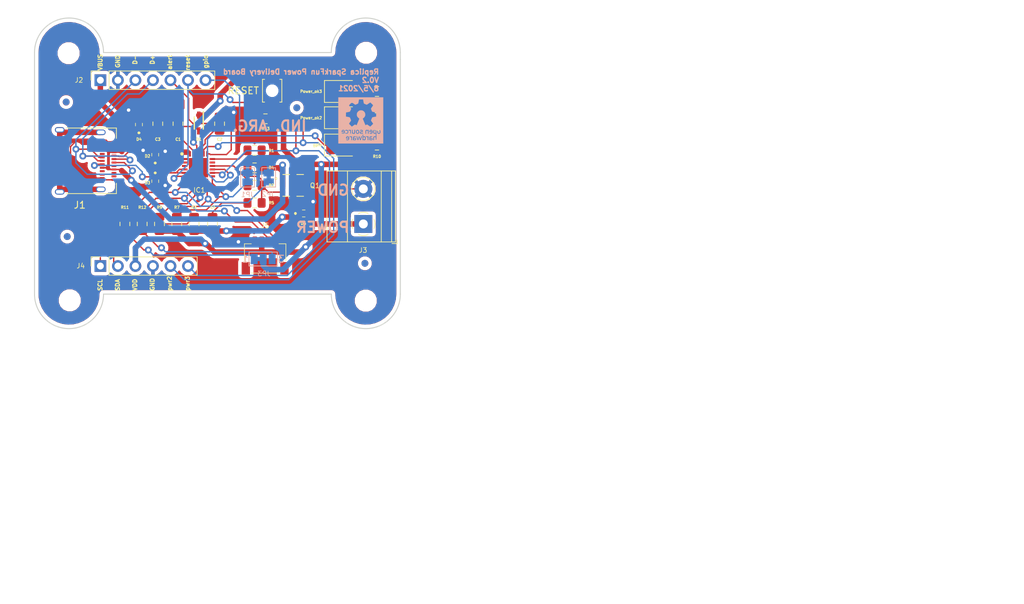
<source format=kicad_pcb>
(kicad_pcb (version 20171130) (host pcbnew "(5.0.1)-4")
  (title_block (title "Réplica SparkFun Power Delivery Board") (date 2021-04-28) (rev 2) (company "Carrera de Especialización en Sistemas Embebidos") (comment 1 "Autor: Alejandro Moreno") (comment 2 "Revisor: Fabiola de las Casas Escardó") (comment 3 https://creativecommons.org/license/by-sa/4.0/) (comment 4 "Released under the Creative Commons Attribution Share-Alike 4.0 Licence"))
  (layers (0 F.Cu signal) (31 B.Cu signal) (34 B.Paste user hide) (35 F.Paste user hide) (36 B.SilkS user hide) (37 F.SilkS user) (38 B.Mask user) (39 F.Mask user) (44 Edge.Cuts user))
  (net 0 "")
  (net 1 GND)
  (net 2 "Net-(C1-Pad1)")
  (net 3 "Net-(C2-Pad1)")
  (net 4 VBUS)
  (net 5 "Net-(C4-Pad1)")
  (net 6 VDD)
  (net 7 "Net-(D6-Pad2)")
  (net 8 "Net-(D7-Pad2)")
  (net 9 "Net-(D8-Pad2)")
  (net 10 "Net-(IC1-Pad3)")
  (net 11 "Net-(IC1-Pad9)")
  (net 12 "Net-(IC1-Pad11)")
  (net 13 "Net-(IC1-Pad16)")
  (net 14 "Net-(IC1-Pad17)")
  (net 15 "Net-(IC1-Pad18)")
  (net 16 Earth)
  (net 17 "Net-(J1-PadA8)")
  (net 18 "Net-(J1-PadB8)")
  (net 19 "Net-(J5-Pad5)")
  (net 20 "Net-(J5-Pad6)")
  (net 21 "Net-(JP3-Pad1)")
  (net 22 "Net-(JP3-Pad3)")
  (net 23 "Net-(Q1-Pad4)")
  (net 24 "Net-(C4-Pad2)")
  (net 25 /cc1)
  (net 26 /cc2)
  (net 27 /power_ok3)
  (net 28 /power_ok2)
  (net 29 /gpio)
  (net 30 /reset)
  (net 31 /SCL)
  (net 32 /SDA)
  (net 33 "Net-(IC1-Pad12)")
  (net 34 "Net-(IC1-Pad13)")
  (net 35 /alert)
  (net 36 /D+)
  (net 37 /D-)
  (module Fiducial:Fiducial_1mm_Dia_2mm_Outer (layer F.Cu) (at 124.7394 86.6648)
    (fp_text reference REF** hide)
    (fp_text value Fiducial_1mm_Dia_2mm_Outer)
    (pad ~ smd circle (at 0 0) (size 1 1) (layers F.Cu F.Mask) (clearance 0.5))
  )
  (module Connector_PinSocket_2.54mm:PinSocket_1x07_P2.54mm_Vertical (layer F.Cu) (at 129.54 64.008 90)
    (fp_text reference J2 (at 0.0127 -3.0988 -180) (layer F.SilkS) (effects (font (size 0.7 0.7) (thickness 0.1))))
    (fp_text value "IO pins")
    (pad 1 thru_hole rect (at 0 0 90) (size 1.7 1.7) (drill 1) (layers *.Cu *.Mask) (net 4 VBUS))
    (pad 2 thru_hole oval (at 0 2.54 90) (size 1.7 1.7) (drill 1) (layers *.Cu *.Mask) (net 1 GND))
    (pad 3 thru_hole oval (at 0 5.08 90) (size 1.7 1.7) (drill 1) (layers *.Cu *.Mask) (net 37 /D-))
    (pad 4 thru_hole oval (at 0 7.62 90) (size 1.7 1.7) (drill 1) (layers *.Cu *.Mask) (net 36 /D+))
    (pad 5 thru_hole oval (at 0 10.16 90) (size 1.7 1.7) (drill 1) (layers *.Cu *.Mask) (net 35 /alert))
    (pad 6 thru_hole oval (at 0 12.7 90) (size 1.7 1.7) (drill 1) (layers *.Cu *.Mask) (net 30 /reset))
    (pad 7 thru_hole oval (at 0 15.24 90) (size 1.7 1.7) (drill 1) (layers *.Cu *.Mask) (net 29 /gpio))
  )
  (module QWIIC:4208 (layer F.Cu) (at 153.416 89.408)
    (fp_text reference J5 (at 0 -4.318 -180) (layer F.SilkS) (effects (font (size 0.7 0.7) (thickness 0.1))))
    (fp_text value Qwiic hide)
    (pad 1 smd rect (at -1.5 -1.975) (size 0.6 1.55) (layers F.Cu F.Paste F.Mask) (net 1 GND))
    (pad 2 smd rect (at -0.5 -1.975) (size 0.6 1.55) (layers F.Cu F.Paste F.Mask) (net 6 VDD))
    (pad 3 smd rect (at 0.5 -1.975) (size 0.6 1.55) (layers F.Cu F.Paste F.Mask) (net 32 /SDA))
    (pad 4 smd rect (at 1.5 -1.975) (size 0.6 1.55) (layers F.Cu F.Paste F.Mask) (net 31 /SCL))
    (pad 5 smd rect (at -2.8 1.85) (size 1.2 1.8) (layers F.Cu F.Paste F.Mask) (net 19 "Net-(J5-Pad5)"))
    (pad 6 smd rect (at 2.8 1.85) (size 1.2 1.8) (layers F.Cu F.Paste F.Mask) (net 20 "Net-(J5-Pad6)"))
  )
  (module BAT60A:SOD2513X110N (layer F.Cu) (at 143.80225 70.212 270)
    (fp_text reference D1 (at 2.3558 -0.01255) (layer F.SilkS) (effects (font (size 0.4 0.4) (thickness 0.1))))
    (fp_text value BAT60A hide)
    (pad 1 smd rect (at -1.138 0) (size 0.5 1.05) (layers F.Cu F.Paste F.Mask) (net 6 VDD))
    (pad 2 smd rect (at 1.138 0) (size 0.5 1.05) (layers F.Cu F.Paste F.Mask) (net 2 "Net-(C1-Pad1)"))
  )
  (module ESDA25P35:ESDA8P801U1M (layer F.Cu) (at 137.4902 74.803 90)
    (fp_text reference D2 (at -0.2032 -1.1176 180) (layer F.SilkS) (effects (font (size 0.4 0.4) (thickness 0.1))))
    (fp_text value 24V hide)
    (pad 1 smd rect (at -0.625 0 90) (size 0.55 0.8) (layers F.Cu F.Paste F.Mask) (net 25 /cc1))
    (pad 2 smd rect (at 0.625 0 90) (size 0.55 0.8) (layers F.Cu F.Paste F.Mask) (net 1 GND))
  )
  (module ESDA25P35:ESDA8P801U1M (layer F.Cu) (at 137.4902 78.6384 270)
    (fp_text reference D3 (at 0.2413 1.1176) (layer F.SilkS) (effects (font (size 0.4 0.4) (thickness 0.1))))
    (fp_text value 24V hide)
    (pad 1 smd rect (at -0.625 0 270) (size 0.55 0.8) (layers F.Cu F.Paste F.Mask) (net 26 /cc2))
    (pad 2 smd rect (at 0.625 0 270) (size 0.55 0.8) (layers F.Cu F.Paste F.Mask) (net 1 GND))
  )
  (module ESDA25P35:ESDA8P801U1M (layer F.Cu) (at 135.128 70.437 90)
    (fp_text reference D4 (at -2.1308 0.0127 180) (layer F.SilkS) (effects (font (size 0.4 0.4) (thickness 0.1))))
    (fp_text value 24V hide)
    (pad 2 smd rect (at 0.625 0 90) (size 0.55 0.8) (layers F.Cu F.Paste F.Mask) (net 1 GND))
    (pad 1 smd rect (at -0.625 0 90) (size 0.55 0.8) (layers F.Cu F.Paste F.Mask) (net 4 VBUS))
  )
  (module ESDA25P35:ESDA8P801U1M (layer F.Cu) (at 159.004 83.312)
    (fp_text reference D5 (at -0.0508 1.4478) (layer F.SilkS) (effects (font (size 0.4 0.4) (thickness 0.1))))
    (fp_text value 24V hide)
    (pad 2 smd rect (at 0.625 0) (size 0.55 0.8) (layers F.Cu F.Paste F.Mask) (net 1 GND))
    (pad 1 smd rect (at -0.625 0) (size 0.55 0.8) (layers F.Cu F.Paste F.Mask) (net 24 "Net-(C4-Pad2)"))
  )
  (module STUSB4500:QFN50P400X400X100-25N-D (layer F.Cu) (at 143.764 76.6826)
    (fp_text reference IC1 (at 0.1143 3.2512) (layer F.SilkS) (effects (font (size 0.7 0.7) (thickness 0.1))))
    (fp_text value STUSB4500QTR hide)
    (pad 1 smd rect (at -2 -1.25 90) (size 0.3 0.8) (layers F.Cu F.Paste F.Mask) (net 25 /cc1))
    (pad 2 smd rect (at -2 -0.75 90) (size 0.3 0.8) (layers F.Cu F.Paste F.Mask) (net 25 /cc1))
    (pad 3 smd rect (at -2 -0.25 90) (size 0.3 0.8) (layers F.Cu F.Paste F.Mask) (net 10 "Net-(IC1-Pad3)"))
    (pad 4 smd rect (at -2 0.25 90) (size 0.3 0.8) (layers F.Cu F.Paste F.Mask) (net 26 /cc2))
    (pad 5 smd rect (at -2 0.75 90) (size 0.3 0.8) (layers F.Cu F.Paste F.Mask) (net 26 /cc2))
    (pad 6 smd rect (at -2 1.25 90) (size 0.3 0.8) (layers F.Cu F.Paste F.Mask) (net 30 /reset))
    (pad 7 smd rect (at -1.25 2) (size 0.3 0.8) (layers F.Cu F.Paste F.Mask) (net 31 /SCL))
    (pad 8 smd rect (at -0.75 2) (size 0.3 0.8) (layers F.Cu F.Paste F.Mask) (net 32 /SDA))
    (pad 9 smd rect (at -0.25 2) (size 0.3 0.8) (layers F.Cu F.Paste F.Mask) (net 11 "Net-(IC1-Pad9)"))
    (pad 10 smd rect (at 0.25 2) (size 0.3 0.8) (layers F.Cu F.Paste F.Mask) (net 1 GND))
    (pad 11 smd rect (at 0.75 2) (size 0.3 0.8) (layers F.Cu F.Paste F.Mask) (net 12 "Net-(IC1-Pad11)"))
    (pad 12 smd rect (at 1.25 2) (size 0.3 0.8) (layers F.Cu F.Paste F.Mask) (net 33 "Net-(IC1-Pad12)"))
    (pad 13 smd rect (at 2 1.25 90) (size 0.3 0.8) (layers F.Cu F.Paste F.Mask) (net 34 "Net-(IC1-Pad13)"))
    (pad 14 smd rect (at 2 0.75 90) (size 0.3 0.8) (layers F.Cu F.Paste F.Mask) (net 27 /power_ok3))
    (pad 15 smd rect (at 2 0.25 90) (size 0.3 0.8) (layers F.Cu F.Paste F.Mask) (net 29 /gpio))
    (pad 16 smd rect (at 2 -0.25 90) (size 0.3 0.8) (layers F.Cu F.Paste F.Mask) (net 13 "Net-(IC1-Pad16)"))
    (pad 17 smd rect (at 2 -0.75 90) (size 0.3 0.8) (layers F.Cu F.Paste F.Mask) (net 14 "Net-(IC1-Pad17)"))
    (pad 18 smd rect (at 2 -1.25 90) (size 0.3 0.8) (layers F.Cu F.Paste F.Mask) (net 15 "Net-(IC1-Pad18)"))
    (pad 19 smd rect (at 1.25 -2) (size 0.3 0.8) (layers F.Cu F.Paste F.Mask) (net 35 /alert))
    (pad 20 smd rect (at 0.75 -2) (size 0.3 0.8) (layers F.Cu F.Paste F.Mask) (net 28 /power_ok2))
    (pad 21 smd rect (at 0.25 -2) (size 0.3 0.8) (layers F.Cu F.Paste F.Mask) (net 3 "Net-(C2-Pad1)"))
    (pad 22 smd rect (at -0.25 -2) (size 0.3 0.8) (layers F.Cu F.Paste F.Mask) (net 6 VDD))
    (pad 23 smd rect (at -0.75 -2) (size 0.3 0.8) (layers F.Cu F.Paste F.Mask) (net 2 "Net-(C1-Pad1)"))
    (pad 24 smd rect (at -1.25 -2) (size 0.3 0.8) (layers F.Cu F.Paste F.Mask) (net 4 VBUS))
    (pad 25 smd rect (at 0 0) (size 2.8 2.8) (layers F.Cu F.Paste F.Mask) (net 1 GND))
  )
  (module TerminalBlock_Phoenix:TerminalBlock_Phoenix_MKDS-1,5-2-5.08_1x02_P5.08mm_Horizontal (layer F.Cu) (at 167.64 84.836 90)
    (fp_text reference J3 (at -3.81 -0.0381 180) (layer F.SilkS) (effects (font (size 0.7 0.7) (thickness 0.1))))
    (fp_text value "Power Output")
    (pad 1 thru_hole rect (at 0 0 90) (size 2.6 2.6) (drill 1.3) (layers *.Cu *.Mask) (net 24 "Net-(C4-Pad2)"))
    (pad 2 thru_hole circle (at 5.08 0 90) (size 2.6 2.6) (drill 1.3) (layers *.Cu *.Mask) (net 1 GND))
  )
  (module Connector_PinSocket_2.54mm:PinSocket_1x06_P2.54mm_Vertical (layer F.Cu) (at 129.54 90.932 90)
    (fp_text reference J4 (at 0.0254 -2.8448 -180) (layer F.SilkS) (effects (font (size 0.7 0.7) (thickness 0.1))))
    (fp_text value "IO Pins")
    (pad 1 thru_hole rect (at 0 0 90) (size 1.7 1.7) (drill 1) (layers *.Cu *.Mask) (net 31 /SCL))
    (pad 2 thru_hole oval (at 0 2.54 90) (size 1.7 1.7) (drill 1) (layers *.Cu *.Mask) (net 32 /SDA))
    (pad 3 thru_hole oval (at 0 5.08 90) (size 1.7 1.7) (drill 1) (layers *.Cu *.Mask) (net 6 VDD))
    (pad 4 thru_hole oval (at 0 7.62 90) (size 1.7 1.7) (drill 1) (layers *.Cu *.Mask) (net 1 GND))
    (pad 5 thru_hole oval (at 0 10.16 90) (size 1.7 1.7) (drill 1) (layers *.Cu *.Mask) (net 28 /power_ok2))
    (pad 6 thru_hole oval (at 0 12.7 90) (size 1.7 1.7) (drill 1) (layers *.Cu *.Mask) (net 27 /power_ok3))
  )
  (module Jumper:SolderJumper-2_P1.3mm_Bridged_Pad1.0x1.5mm (layer B.Cu) (at 150.876 78.09 90)
    (fp_text reference JP1 (at -2.4902 -0.014228) (layer B.SilkS) (effects (font (size 0.7 0.7) (thickness 0.1)) (justify mirror)))
    (fp_text value solder_jumper)
    (pad 1 smd custom (at -0.65 0 90) (size 1 1.5) (layers B.Cu B.Mask) (net 34 "Net-(IC1-Pad13)") (options (clearance outline) (anchor rect)) (primitives (gr_poly (pts (xy 0.4 0.3) (xy 0.9 0.3) (xy 0.9 -0.3) (xy 0.4 -0.3)) (width 0))))
    (pad 2 smd rect (at 0.65 0 90) (size 1 1.5) (layers B.Cu B.Mask) (net 1 GND))
  )
  (module Jumper:SolderJumper-2_P1.3mm_Bridged_Pad1.0x1.5mm (layer B.Cu) (at 153.924 78.09 90)
    (fp_text reference JP2 (at -2.4267 -0.0635) (layer B.SilkS) (effects (font (size 0.7 0.7) (thickness 0.1)) (justify mirror)))
    (fp_text value solder_jumper)
    (pad 2 smd rect (at 0.65 0 90) (size 1 1.5) (layers B.Cu B.Mask) (net 1 GND))
    (pad 1 smd custom (at -0.65 0 90) (size 1 1.5) (layers B.Cu B.Mask) (net 33 "Net-(IC1-Pad12)") (options (clearance outline) (anchor rect)) (primitives (gr_poly (pts (xy 0.4 0.3) (xy 0.9 0.3) (xy 0.9 -0.3) (xy 0.4 -0.3)) (width 0))))
  )
  (module Jumper:SolderJumper-3_P1.3mm_Bridged12_Pad1.0x1.5mm_NumberLabels (layer B.Cu) (at 153.132 89.916)
    (fp_text reference JP3 (at 0.116072 2.12609) (layer B.SilkS) (effects (font (size 0.7 0.7) (thickness 0.1)) (justify mirror)))
    (fp_text value solder_jumper_triple)
    (fp_text user 3 (at 2.6 0) (layer B.SilkS) (effects (justify mirror)))
    (fp_text user 1 (at -2.6 0) (layer B.SilkS) (effects (justify mirror)))
    (pad 1 smd custom (at -1.3 0) (size 1 1.5) (layers B.Cu B.Mask) (net 21 "Net-(JP3-Pad1)") (options (clearance outline) (anchor rect)) (primitives (gr_poly (pts (xy 0.4 0.3) (xy 0.9 0.3) (xy 0.9 -0.3) (xy 0.4 -0.3)) (width 0))))
    (pad 3 smd rect (at 1.3 0) (size 1 1.5) (layers B.Cu B.Mask) (net 22 "Net-(JP3-Pad3)"))
    (pad 2 smd rect (at 0 0) (size 1 1.5) (layers B.Cu B.Mask) (net 6 VDD))
  )
  (module STL6P3LLH6:TRANS_STL6P3LLH6 (layer F.Cu) (at 157.48 79.248)
    (fp_text reference Q1 (at 3.1382 0.0294) (layer F.SilkS) (effects (font (size 0.7 0.7) (thickness 0.1))))
    (fp_text value STL6P3LLH6)
    (fp_poly (pts (xy -0.5 -1.225) (xy -0.5 1.225) (xy -0.2 1.225) (xy -0.2 1.755) (xy 0.2 1.755) (xy 0.2 1.225) (xy 1.9 1.225) (xy 1.9 -1.225) (xy 0.2 -1.225) (xy 0.2 -1.755) (xy -0.2 -1.755) (xy -0.2 -1.225)) (layer F.Cu) (width 0.01))
    (pad 2 smd rect (at -1.525 -0.325) (size 0.75 0.4) (layers F.Cu F.Paste F.Mask) (net 4 VBUS))
    (pad 3 smd rect (at -1.525 0.325) (size 0.75 0.4) (layers F.Cu F.Paste F.Mask) (net 4 VBUS))
    (pad 1 smd rect (at -1.525 -0.975) (size 0.75 0.4) (layers F.Cu F.Paste F.Mask) (net 4 VBUS))
    (pad 4 smd rect (at -1.525 0.975) (size 0.75 0.4) (layers F.Cu F.Paste F.Mask) (net 23 "Net-(Q1-Pad4)"))
    (pad 5_8 smd rect (at 0.7 0) (size 2.4 2.45) (layers F.Cu) (net 24 "Net-(C4-Pad2)"))
  )
  (module Resistor_SMD:R_0805_2012Metric_Pad1.15x1.40mm_HandSolder (layer F.Cu) (at 151.883 74.168)
    (fp_text reference R1 (at 2.4347 0.0508) (layer F.SilkS) (effects (font (size 0.4 0.4) (thickness 0.1))))
    (fp_text value 1k)
    (pad 2 smd roundrect (at 1.025 0) (size 1.15 1.4) (layers F.Cu F.Paste F.Mask) (roundrect_rratio 0.217391) (net 4 VBUS))
    (pad 1 smd roundrect (at -1.025 0) (size 1.15 1.4) (layers F.Cu F.Paste F.Mask) (roundrect_rratio 0.217391) (net 15 "Net-(IC1-Pad18)"))
  )
  (module Resistor_SMD:R_0805_2012Metric_Pad1.15x1.40mm_HandSolder (layer F.Cu) (at 151.883 79.248 180)
    (fp_text reference R2 (at -2.4347 -0.0127 180) (layer F.SilkS) (effects (font (size 0.4 0.4) (thickness 0.1))))
    (fp_text value 22k)
    (pad 1 smd roundrect (at -1.025 0 180) (size 1.15 1.4) (layers F.Cu F.Paste F.Mask) (roundrect_rratio 0.217391) (net 23 "Net-(Q1-Pad4)"))
    (pad 2 smd roundrect (at 1.025 0 180) (size 1.15 1.4) (layers F.Cu F.Paste F.Mask) (roundrect_rratio 0.217391) (net 13 "Net-(IC1-Pad16)"))
  )
  (module Resistor_SMD:R_0805_2012Metric_Pad1.15x1.40mm_HandSolder (layer F.Cu) (at 143.12 84.836 90)
    (fp_text reference R3 (at 2.3876 -0.0291 180) (layer F.SilkS) (effects (font (size 0.4 0.4) (thickness 0.1))))
    (fp_text value 1k)
    (pad 1 smd roundrect (at -1.025 0 90) (size 1.15 1.4) (layers F.Cu F.Paste F.Mask) (roundrect_rratio 0.217391) (net 24 "Net-(C4-Pad2)"))
    (pad 2 smd roundrect (at 1.025 0 90) (size 1.15 1.4) (layers F.Cu F.Paste F.Mask) (roundrect_rratio 0.217391) (net 11 "Net-(IC1-Pad9)"))
  )
  (module Resistor_SMD:R_0805_2012Metric_Pad1.15x1.40mm_HandSolder (layer F.Cu) (at 151.883 76.708)
    (fp_text reference R4 (at 2.4347 -0.0254) (layer F.SilkS) (effects (font (size 0.4 0.4) (thickness 0.1))))
    (fp_text value 100k)
    (pad 2 smd roundrect (at 1.025 0) (size 1.15 1.4) (layers F.Cu F.Paste F.Mask) (roundrect_rratio 0.217391) (net 4 VBUS))
    (pad 1 smd roundrect (at -1.025 0) (size 1.15 1.4) (layers F.Cu F.Paste F.Mask) (roundrect_rratio 0.217391) (net 23 "Net-(Q1-Pad4)"))
  )
  (module Resistor_SMD:R_0805_2012Metric_Pad1.15x1.40mm_HandSolder (layer F.Cu) (at 151.883 81.788)
    (fp_text reference R5 (at 2.4347 -0.0127) (layer F.SilkS) (effects (font (size 0.4 0.4) (thickness 0.1))))
    (fp_text value 100)
    (pad 1 smd roundrect (at -1.025 0) (size 1.15 1.4) (layers F.Cu F.Paste F.Mask) (roundrect_rratio 0.217391) (net 5 "Net-(C4-Pad1)"))
    (pad 2 smd roundrect (at 1.025 0) (size 1.15 1.4) (layers F.Cu F.Paste F.Mask) (roundrect_rratio 0.217391) (net 23 "Net-(Q1-Pad4)"))
  )
  (module Resistor_SMD:R_0805_2012Metric_Pad1.15x1.40mm_HandSolder (layer F.Cu) (at 169.617295 65.639262 180)
    (fp_text reference R6 (at 0 -1.65 180) (layer F.SilkS) (effects (font (size 0.4 0.4) (thickness 0.1))))
    (fp_text value 1k)
    (pad 2 smd roundrect (at 1.025 0 180) (size 1.15 1.4) (layers F.Cu F.Paste F.Mask) (roundrect_rratio 0.217391) (net 7 "Net-(D6-Pad2)"))
    (pad 1 smd roundrect (at -1.025 0 180) (size 1.15 1.4) (layers F.Cu F.Paste F.Mask) (roundrect_rratio 0.217391) (net 6 VDD))
  )
  (module Resistor_SMD:R_0805_2012Metric_Pad1.15x1.40mm_HandSolder (layer F.Cu) (at 140.614 84.836 90)
    (fp_text reference R7 (at 2.4003 0.0131 180) (layer F.SilkS) (effects (font (size 0.4 0.4) (thickness 0.1))))
    (fp_text value 100k)
    (pad 2 smd roundrect (at 1.025 0 90) (size 1.15 1.4) (layers F.Cu F.Paste F.Mask) (roundrect_rratio 0.217391) (net 34 "Net-(IC1-Pad13)"))
    (pad 1 smd roundrect (at -1.025 0 90) (size 1.15 1.4) (layers F.Cu F.Paste F.Mask) (roundrect_rratio 0.217391) (net 6 VDD))
  )
  (module Resistor_SMD:R_0805_2012Metric_Pad1.15x1.40mm_HandSolder (layer F.Cu) (at 169.617295 69.447864 180)
    (fp_text reference R8 (at 0 -1.65 180) (layer F.SilkS) (effects (font (size 0.4 0.4) (thickness 0.1))))
    (fp_text value 1k)
    (pad 2 smd roundrect (at 1.025 0 180) (size 1.15 1.4) (layers F.Cu F.Paste F.Mask) (roundrect_rratio 0.217391) (net 8 "Net-(D7-Pad2)"))
    (pad 1 smd roundrect (at -1.025 0 180) (size 1.15 1.4) (layers F.Cu F.Paste F.Mask) (roundrect_rratio 0.217391) (net 6 VDD))
  )
  (module Resistor_SMD:R_0805_2012Metric_Pad1.15x1.40mm_HandSolder (layer F.Cu) (at 138.108 84.836 90)
    (fp_text reference R9 (at 2.4003 0.0045) (layer F.SilkS) (effects (font (size 0.4 0.4) (thickness 0.1))))
    (fp_text value 100k)
    (pad 1 smd roundrect (at -1.025 0 90) (size 1.15 1.4) (layers F.Cu F.Paste F.Mask) (roundrect_rratio 0.217391) (net 6 VDD))
    (pad 2 smd roundrect (at 1.025 0 90) (size 1.15 1.4) (layers F.Cu F.Paste F.Mask) (roundrect_rratio 0.217391) (net 33 "Net-(IC1-Pad12)"))
  )
  (module Resistor_SMD:R_0805_2012Metric_Pad1.15x1.40mm_HandSolder (layer F.Cu) (at 169.617295 73.412028 180)
    (fp_text reference R10 (at 0 -1.65 180) (layer F.SilkS) (effects (font (size 0.4 0.4) (thickness 0.1))))
    (fp_text value 1k)
    (pad 1 smd roundrect (at -1.025 0 180) (size 1.15 1.4) (layers F.Cu F.Paste F.Mask) (roundrect_rratio 0.217391) (net 6 VDD))
    (pad 2 smd roundrect (at 1.025 0 180) (size 1.15 1.4) (layers F.Cu F.Paste F.Mask) (roundrect_rratio 0.217391) (net 9 "Net-(D8-Pad2)"))
  )
  (module Resistor_SMD:R_0805_2012Metric_Pad1.15x1.40mm_HandSolder (layer F.Cu) (at 133.096 84.836 90)
    (fp_text reference R11 (at 2.4003 0 180) (layer F.SilkS) (effects (font (size 0.4 0.4) (thickness 0.1))))
    (fp_text value 2k2)
    (pad 2 smd roundrect (at 1.025 0 90) (size 1.15 1.4) (layers F.Cu F.Paste F.Mask) (roundrect_rratio 0.217391) (net 31 /SCL))
    (pad 1 smd roundrect (at -1.025 0 90) (size 1.15 1.4) (layers F.Cu F.Paste F.Mask) (roundrect_rratio 0.217391) (net 21 "Net-(JP3-Pad1)"))
  )
  (module Resistor_SMD:R_0805_2012Metric_Pad1.15x1.40mm_HandSolder (layer F.Cu) (at 135.602 84.836 90)
    (fp_text reference R12 (at 2.4003 0.0213 180) (layer F.SilkS) (effects (font (size 0.4 0.4) (thickness 0.1))))
    (fp_text value 2k2)
    (pad 1 smd roundrect (at -1.025 0 90) (size 1.15 1.4) (layers F.Cu F.Paste F.Mask) (roundrect_rratio 0.217391) (net 22 "Net-(JP3-Pad3)"))
    (pad 2 smd roundrect (at 1.025 0 90) (size 1.15 1.4) (layers F.Cu F.Paste F.Mask) (roundrect_rratio 0.217391) (net 32 /SDA))
  )
  (module Resistor_SMD:R_0805_2012Metric_Pad1.15x1.40mm_HandSolder (layer F.Cu) (at 153.458 69.596)
    (fp_text reference R13 (at 0.0215 1.4351) (layer F.SilkS) (effects (font (size 0.4 0.4) (thickness 0.1))))
    (fp_text value 100k)
    (pad 1 smd roundrect (at -1.025 0) (size 1.15 1.4) (layers F.Cu F.Paste F.Mask) (roundrect_rratio 0.217391) (net 1 GND))
    (pad 2 smd roundrect (at 1.025 0) (size 1.15 1.4) (layers F.Cu F.Paste F.Mask) (roundrect_rratio 0.217391) (net 30 /reset))
  )
  (module Button_Switch_SMD:SW_SPST_B3U-1000P-B (layer F.Cu) (at 154.432 65.532 270)
    (fp_text reference RESET (at -0.0127 4.1783) (layer F.SilkS))
    (fp_text value SW_Push)
    (pad 1 smd rect (at -1.7 0 270) (size 0.9 1.7) (layers F.Cu F.Paste F.Mask) (net 6 VDD))
    (pad 2 smd rect (at 1.7 0 270) (size 0.9 1.7) (layers F.Cu F.Paste F.Mask) (net 30 /reset))
    (pad "" np_thru_hole circle (at 0 0 270) (size 0.8 0.8) (drill 0.8) (layers *.Cu *.Mask))
  )
  (module Capacitor_SMD:C_0805_2012Metric_Pad1.15x1.40mm_HandSolder (layer F.Cu) (at 140.7925 70.312 90)
    (fp_text reference C1 (at -2.2558 0.0124 180) (layer F.SilkS) (effects (font (size 0.4 0.4) (thickness 0.1))))
    (fp_text value 1uF)
    (pad 2 smd roundrect (at 1.025 0 90) (size 1.15 1.4) (layers F.Cu F.Paste F.Mask) (roundrect_rratio 0.217391) (net 1 GND))
    (pad 1 smd roundrect (at -1.025 0 90) (size 1.15 1.4) (layers F.Cu F.Paste F.Mask) (roundrect_rratio 0.217391) (net 2 "Net-(C1-Pad1)"))
  )
  (module Capacitor_SMD:C_0805_2012Metric_Pad1.15x1.40mm_HandSolder (layer F.Cu) (at 146.812 70.312 90)
    (fp_text reference C2 (at -2.2558 0.0127 180) (layer F.SilkS) (effects (font (size 0.4 0.4) (thickness 0.1))))
    (fp_text value 1uF)
    (pad 1 smd roundrect (at -1.025 0 90) (size 1.15 1.4) (layers F.Cu F.Paste F.Mask) (roundrect_rratio 0.217391) (net 3 "Net-(C2-Pad1)"))
    (pad 2 smd roundrect (at 1.025 0 90) (size 1.15 1.4) (layers F.Cu F.Paste F.Mask) (roundrect_rratio 0.217391) (net 1 GND))
  )
  (module Capacitor_SMD:C_0805_2012Metric_Pad1.15x1.40mm_HandSolder (layer F.Cu) (at 137.86275 70.312 90)
    (fp_text reference C3 (at -2.2558 -0.00425 180) (layer F.SilkS) (effects (font (size 0.4 0.4) (thickness 0.1))))
    (fp_text value 1uF)
    (pad 2 smd roundrect (at 1.025 0 90) (size 1.15 1.4) (layers F.Cu F.Paste F.Mask) (roundrect_rratio 0.217391) (net 1 GND))
    (pad 1 smd roundrect (at -1.025 0 90) (size 1.15 1.4) (layers F.Cu F.Paste F.Mask) (roundrect_rratio 0.217391) (net 4 VBUS))
  )
  (module Capacitor_SMD:C_0805_2012Metric_Pad1.15x1.40mm_HandSolder (layer F.Cu) (at 145.796 84.836 270)
    (fp_text reference C4 (at -2.3876 -0.0635) (layer F.SilkS) (effects (font (size 0.4 0.4) (thickness 0.1))))
    (fp_text value 0.1uF)
    (pad 1 smd roundrect (at -1.025 0 270) (size 1.15 1.4) (layers F.Cu F.Paste F.Mask) (roundrect_rratio 0.217391) (net 5 "Net-(C4-Pad1)"))
    (pad 2 smd roundrect (at 1.025 0 270) (size 1.15 1.4) (layers F.Cu F.Paste F.Mask) (roundrect_rratio 0.217391) (net 24 "Net-(C4-Pad2)"))
  )
  (module Diode_SMD:D_1210_3225Metric_Pad1.42x2.65mm_HandSolder (layer F.Cu) (at 164.467057 65.639262)
    (fp_text reference Power_ok3 (at -4.400391 -0.005662) (layer F.SilkS) (effects (font (size 0.4 0.4) (thickness 0.1))))
    (fp_text value azul)
    (pad 1 smd roundrect (at -1.4875 0) (size 1.425 2.65) (layers F.Cu F.Paste F.Mask) (roundrect_rratio 0.175439) (net 27 /power_ok3))
    (pad 2 smd roundrect (at 1.4875 0) (size 1.425 2.65) (layers F.Cu F.Paste F.Mask) (roundrect_rratio 0.175439) (net 7 "Net-(D6-Pad2)"))
  )
  (module Diode_SMD:D_1210_3225Metric_Pad1.42x2.65mm_HandSolder (layer F.Cu) (at 164.467057 69.447864)
    (fp_text reference Power_ok2 (at -4.400391 0.021136) (layer F.SilkS) (effects (font (size 0.4 0.4) (thickness 0.1))))
    (fp_text value amarillo)
    (pad 2 smd roundrect (at 1.4875 0) (size 1.425 2.65) (layers F.Cu F.Paste F.Mask) (roundrect_rratio 0.175439) (net 8 "Net-(D7-Pad2)"))
    (pad 1 smd roundrect (at -1.4875 0) (size 1.425 2.65) (layers F.Cu F.Paste F.Mask) (roundrect_rratio 0.175439) (net 28 /power_ok2))
  )
  (module Diode_SMD:D_1210_3225Metric_Pad1.42x2.65mm_HandSolder (layer F.Cu) (at 164.467057 73.412028)
    (fp_text reference gpio (at -3.467057 -0.044128) (layer F.SilkS) (effects (font (size 0.4 0.4) (thickness 0.1))))
    (fp_text value verde)
    (pad 1 smd roundrect (at -1.4875 0) (size 1.425 2.65) (layers F.Cu F.Paste F.Mask) (roundrect_rratio 0.175439) (net 29 /gpio))
    (pad 2 smd roundrect (at 1.4875 0) (size 1.425 2.65) (layers F.Cu F.Paste F.Mask) (roundrect_rratio 0.175439) (net 9 "Net-(D8-Pad2)"))
  )
  (module Connector_USB:USB_C_Receptacle_Amphenol_12401610E4-2A (layer F.Cu) (at 126.492 75.692 270)
    (fp_text reference J1 (at 6.4008 -0.0635) (layer F.SilkS))
    (fp_text value "USB C")
    (pad S1 thru_hole oval (at -4.13 -3.11 270) (size 0.8 1.4) (drill oval 0.5 1.1) (layers *.Cu *.Mask) (net 16 Earth))
    (pad A1 smd rect (at -2.75 -5.02 270) (size 0.3 0.7) (layers F.Cu F.Paste F.Mask) (net 1 GND))
    (pad A2 smd rect (at -2.25 -5.02 270) (size 0.3 0.7) (layers F.Cu F.Paste F.Mask))
    (pad A3 smd rect (at -1.75 -5.02 270) (size 0.3 0.7) (layers F.Cu F.Paste F.Mask))
    (pad A4 smd rect (at -1.25 -5.02 270) (size 0.3 0.7) (layers F.Cu F.Paste F.Mask) (net 4 VBUS))
    (pad A5 smd rect (at -0.75 -5.02 270) (size 0.3 0.7) (layers F.Cu F.Paste F.Mask) (net 25 /cc1))
    (pad A6 smd rect (at -0.25 -5.02 270) (size 0.3 0.7) (layers F.Cu F.Paste F.Mask) (net 36 /D+))
    (pad A7 smd rect (at 0.25 -5.02 270) (size 0.3 0.7) (layers F.Cu F.Paste F.Mask) (net 37 /D-))
    (pad A12 smd rect (at 2.75 -5.02 270) (size 0.3 0.7) (layers F.Cu F.Paste F.Mask) (net 1 GND))
    (pad A10 smd rect (at 1.75 -5.02 270) (size 0.3 0.7) (layers F.Cu F.Paste F.Mask))
    (pad A9 smd rect (at 1.25 -5.02 270) (size 0.3 0.7) (layers F.Cu F.Paste F.Mask) (net 4 VBUS))
    (pad A8 smd rect (at 0.75 -5.02 270) (size 0.3 0.7) (layers F.Cu F.Paste F.Mask) (net 17 "Net-(J1-PadA8)"))
    (pad A11 smd rect (at 2.25 -5.02 270) (size 0.3 0.7) (layers F.Cu F.Paste F.Mask))
    (pad B1 smd rect (at 2.5 -3.32 270) (size 0.3 0.7) (layers F.Cu F.Paste F.Mask) (net 1 GND))
    (pad S1 thru_hole oval (at 4.13 -3.11 270) (size 0.8 1.4) (drill oval 0.5 1.1) (layers *.Cu *.Mask) (net 16 Earth))
    (pad S1 thru_hole oval (at 4.49 2.84 270) (size 0.8 1.4) (drill oval 0.5 1.1) (layers *.Cu *.Mask) (net 16 Earth))
    (pad S1 thru_hole oval (at -4.49 2.84 270) (size 0.8 1.4) (drill oval 0.5 1.1) (layers *.Cu *.Mask) (net 16 Earth))
    (pad "" np_thru_hole oval (at 3.6 -4.36 270) (size 0.95 0.65) (drill oval 0.95 0.65) (layers *.Cu *.Mask))
    (pad "" np_thru_hole circle (at -3.6 -4.36 270) (size 0.65 0.65) (drill 0.65) (layers *.Cu *.Mask))
    (pad B2 smd rect (at 2 -3.32 270) (size 0.3 0.7) (layers F.Cu F.Paste F.Mask))
    (pad B3 smd rect (at 1.5 -3.32 270) (size 0.3 0.7) (layers F.Cu F.Paste F.Mask))
    (pad B4 smd rect (at 1 -3.32 270) (size 0.3 0.7) (layers F.Cu F.Paste F.Mask) (net 4 VBUS))
    (pad B5 smd rect (at 0.5 -3.32 270) (size 0.3 0.7) (layers F.Cu F.Paste F.Mask) (net 26 /cc2))
    (pad B6 smd rect (at 0 -3.32 270) (size 0.3 0.7) (layers F.Cu F.Paste F.Mask) (net 36 /D+))
    (pad B7 smd rect (at -0.5 -3.32 270) (size 0.3 0.7) (layers F.Cu F.Paste F.Mask) (net 37 /D-))
    (pad B8 smd rect (at -1 -3.32 270) (size 0.3 0.7) (layers F.Cu F.Paste F.Mask) (net 18 "Net-(J1-PadB8)"))
    (pad B9 smd rect (at -1.5 -3.32 270) (size 0.3 0.7) (layers F.Cu F.Paste F.Mask) (net 4 VBUS))
    (pad B10 smd rect (at -2 -3.32 270) (size 0.3 0.7) (layers F.Cu F.Paste F.Mask))
    (pad B11 smd rect (at -2.5 -3.32 270) (size 0.3 0.7) (layers F.Cu F.Paste F.Mask))
    (pad B12 smd rect (at -3 -3.32 270) (size 0.3 0.7) (layers F.Cu F.Paste F.Mask) (net 1 GND))
  )
  (module MountingHole:MountingHole_2.2mm_M2_ISO14580 (layer F.Cu) (at 124.9426 60.0964)
    (fp_text reference REF** hide)
    (fp_text value MountingHole_2.2mm_M2_ISO14580)
    (pad 1 np_thru_hole circle (at 0 0) (size 2.2 2.2) (drill 2.2) (layers *.Cu *.Mask))
  )
  (module MountingHole:MountingHole_2.2mm_M2_ISO14580 (layer F.Cu) (at 168.0464 60.0329)
    (fp_text reference REF** hide)
    (fp_text value MountingHole_2.2mm_M2_ISO14580)
    (pad 1 np_thru_hole circle (at 0 0) (size 2.2 2.2) (drill 2.2) (layers *.Cu *.Mask))
  )
  (module MountingHole:MountingHole_2.2mm_M2_ISO14580 (layer F.Cu) (at 167.9956 95.9485)
    (fp_text reference REF** hide)
    (fp_text value MountingHole_2.2mm_M2_ISO14580)
    (pad 1 np_thru_hole circle (at 0 0) (size 2.2 2.2) (drill 2.2) (layers *.Cu *.Mask))
  )
  (module MountingHole:MountingHole_2.2mm_M2_ISO14580 (layer F.Cu) (at 125.1077 95.8977)
    (fp_text reference REF** hide)
    (fp_text value MountingHole_2.2mm_M2_ISO14580)
    (pad 1 np_thru_hole circle (at 0 0) (size 2.2 2.2) (drill 2.2) (layers *.Cu *.Mask))
  )
  (module Fiducial:Fiducial_1mm_Dia_2mm_Outer (layer F.Cu) (at 167.8686 90.5383)
    (fp_text reference REF** hide)
    (fp_text value Fiducial_1mm_Dia_2mm_Outer)
    (pad ~ smd circle (at 0 0) (size 1 1) (layers F.Cu F.Mask) (clearance 0.5))
  )
  (module Fiducial:Fiducial_1mm_Dia_2mm_Outer (layer F.Cu) (at 158 68)
    (fp_text reference REF** hide)
    (fp_text value Fiducial_1mm_Dia_2mm_Outer)
    (pad ~ smd circle (at 0 0) (size 1 1) (layers F.Cu F.Mask) (clearance 0.5))
  )
  (module Fiducial:Fiducial_1mm_Dia_2mm_Outer (layer F.Cu) (at 124.587 67.183)
    (fp_text reference REF** hide)
    (fp_text value Fiducial_1mm_Dia_2mm_Outer)
    (pad ~ smd circle (at 0 0) (size 1 1) (layers F.Cu F.Mask) (clearance 0.5))
  )
  (module Fiducial:Fiducial_1mm_Dia_2mm_Outer (layer B.Cu) (at 124.587 67.1576)
    (fp_text reference REF** hide)
    (fp_text value Fiducial_1mm_Dia_2mm_Outer)
    (pad ~ smd circle (at 0 0) (size 1 1) (layers B.Cu B.Mask) (clearance 0.5))
  )
  (module Fiducial:Fiducial_1mm_Dia_2mm_Outer (layer B.Cu) (at 124.7394 86.6648)
    (fp_text reference REF** hide)
    (fp_text value Fiducial_1mm_Dia_2mm_Outer)
    (pad ~ smd circle (at 0 0) (size 1 1) (layers B.Cu B.Mask) (clearance 0.5))
  )
  (module Fiducial:Fiducial_1mm_Dia_2mm_Outer (layer B.Cu) (at 167.8686 90.5383)
    (fp_text reference REF** hide)
    (fp_text value Fiducial_1mm_Dia_2mm_Outer)
    (pad ~ smd circle (at 0 0) (size 1 1) (layers B.Cu B.Mask) (clearance 0.5))
  )
  (module Fiducial:Fiducial_1mm_Dia_2mm_Outer (layer B.Cu) (at 158 68)
    (fp_text reference REF** hide)
    (fp_text value Fiducial_1mm_Dia_2mm_Outer)
    (pad ~ smd circle (at 0 0) (size 1 1) (layers B.Cu B.Mask) (clearance 0.5))
  )
  (module LOGO:logo (layer B.Cu) (at 167.2717 69.8246 180)
    (fp_text reference G*** hide)
    (fp_text value LOGO hide)
  )
  (gr_line (start 130 95) (end 163 95) (layer Edge.Cuts) (width 0.15))
  (gr_line (start 130 60) (end 163 60) (layer Edge.Cuts) (width 0.15))
  (gr_arc (start 168 95) (end 163 95) (angle -180) (layer Edge.Cuts) (width 0.15))
  (gr_arc (start 125 95) (end 120 95) (angle -180) (layer Edge.Cuts) (width 0.15))
  (gr_arc (start 125 60) (end 130 60) (angle -180) (layer Edge.Cuts) (width 0.15))
  (gr_arc (start 168 60) (end 173 60) (angle -180) (layer Edge.Cuts) (width 0.15))
  (gr_line (start 120 95) (end 120 60) (layer Edge.Cuts) (width 0.15))
  (gr_line (start 173 61) (end 173 60) (layer Edge.Cuts) (width 0.15))
  (gr_line (start 173 95) (end 173 61) (layer Edge.Cuts) (width 0.15))
  (gr_text "IND. ARG." (at 154.0637 70.6501) (layer B.SilkS) (effects (font (size 1.5 1.5) (thickness 0.3)) (justify mirror)))
  (gr_text "Replica SparkFun Power Delivery Board\nV0.2\n8/5/2021" (at 170 64) (layer B.SilkS) (effects (font (size 0.75 0.75) (thickness 0.1875)) (justify left mirror)))
  (gr_text POWER (at 161.7599 85.3186) (layer B.SilkS) (effects (font (size 1.5 1.5) (thickness 0.3)) (justify mirror)))
  (gr_text GND (at 163.2839 79.9338) (layer B.SilkS) (effects (font (size 1.5 1.5) (thickness 0.3)) (justify mirror)))
  (gr_text pwr3 (at 142.1638 93.4593 90) (layer F.SilkS) (effects (font (size 0.6 0.6))))
  (gr_text pwr2 (at 139.573 93.4593 90) (layer F.SilkS) (effects (font (size 0.6 0.6))))
  (gr_text GND (at 137.0711 93.602158 90) (layer F.SilkS) (effects (font (size 0.6 0.6))))
  (gr_text VDD (at 134.5438 93.6593 90) (layer F.SilkS) (effects (font (size 0.6 0.6))))
  (gr_text SDA (at 132.0419 93.673586 90) (layer F.SilkS) (effects (font (size 0.6 0.6))))
  (gr_text SCL (at 129.5146 93.687872 90) (layer F.SilkS) (effects (font (size 0.6 0.6))))
  (gr_text gpio (at 144.7927 61.3283 90) (layer F.SilkS) (effects (font (size 0.6 0.6))))
  (gr_text reset (at 142.1892 61.485443 90) (layer F.SilkS) (effects (font (size 0.6 0.6))))
  (gr_text alert (at 139.5984 61.414014 90) (layer F.SilkS) (effects (font (size 0.6 0.6))))
  (gr_text D+ (at 137.0838 61.042586 90) (layer F.SilkS) (effects (font (size 0.6 0.6))))
  (gr_text D- (at 134.5692 61.042586 90) (layer F.SilkS) (effects (font (size 0.6 0.6))))
  (gr_text GND (at 132.0673 61.285443 90) (layer F.SilkS) (effects (font (size 0.6 0.6))))
  (gr_text VBUS (at 129.5273 61.4172 90) (layer F.SilkS) (effects (font (size 0.6 0.6))))
  (segment (start 143.764 76.6826) (end 143.764 77.582599) (width 0.8) (layer F.Cu) (net 1))
  (segment (start 130.962 72.942) (end 131.512 72.942) (width 0.2) (layer F.Cu) (net 1))
  (segment (start 130.612 72.942) (end 130.962 72.942) (width 0.2) (layer F.Cu) (net 1))
  (segment (start 130.362 72.692) (end 130.612 72.942) (width 0.2) (layer F.Cu) (net 1))
  (segment (start 129.812 72.692) (end 130.362 72.692) (width 0.2) (layer F.Cu) (net 1))
  (segment (start 135.003 69.812) (end 135.128 69.812) (width 0.2) (layer F.Cu) (net 1))
  (segment (start 130.062 78.442) (end 131.512 78.442) (width 0.2) (layer F.Cu) (net 1))
  (segment (start 129.812 78.192) (end 130.062 78.442) (width 0.2) (layer F.Cu) (net 1))
  (segment (start 144.014 76.9326) (end 143.764 76.6826) (width 0.2) (layer F.Cu) (net 1))
  (segment (start 144.014 78.6826) (end 144.014 76.9326) (width 0.2) (layer F.Cu) (net 1))
  (segment (start 136.8902 74.178) (end 136.8875 74.1807) (width 0.2) (layer F.Cu) (net 1))
  (segment (start 137.4902 74.178) (end 136.8902 74.178) (width 0.2) (layer F.Cu) (net 1))
  (via (at 135.7376 74.168) (size 1) (drill 0.5) (layers F.Cu B.Cu) (net 1))
  (segment (start 136.8875 74.1807) (end 135.7503 74.1807) (width 0.2) (layer F.Cu) (net 1))
  (segment (start 135.7503 74.1807) (end 135.7376 74.168) (width 0.2) (layer F.Cu) (net 1))
  (segment (start 151.809628 68.972628) (end 152.433 69.596) (width 0.2) (layer F.Cu) (net 1))
  (segment (start 151.500628 68.663628) (end 151.809628 68.972628) (width 0.2) (layer F.Cu) (net 1))
  (segment (start 146.812 69.287) (end 147.435372 68.663628) (width 0.2) (layer F.Cu) (net 1))
  (via (at 148.8567 68.663628) (size 1) (drill 0.5) (layers F.Cu B.Cu) (net 1))
  (segment (start 147.435372 68.663628) (end 148.8567 68.663628) (width 0.2) (layer F.Cu) (net 1))
  (segment (start 148.8567 68.663628) (end 151.500628 68.663628) (width 0.2) (layer F.Cu) (net 1))
  (segment (start 151.826 77.44) (end 153.924 77.44) (width 0.2) (layer B.Cu) (net 1))
  (segment (start 150.876 77.44) (end 151.826 77.44) (width 0.2) (layer B.Cu) (net 1))
  (segment (start 153.924 76.74) (end 155.3276 75.3364) (width 0.2) (layer B.Cu) (net 1))
  (segment (start 153.924 77.44) (end 153.924 76.74) (width 0.2) (layer B.Cu) (net 1))
  (segment (start 155.3276 75.3364) (end 158.5595 75.3364) (width 0.2) (layer B.Cu) (net 1))
  (via (at 160.3629 81.5975) (size 1) (drill 0.5) (layers F.Cu B.Cu) (net 1))
  (segment (start 158.5595 75.3364) (end 160.3629 77.1398) (width 0.2) (layer B.Cu) (net 1))
  (segment (start 160.3629 77.1398) (end 160.3629 81.5975) (width 0.2) (layer B.Cu) (net 1))
  (segment (start 160.104 83.312) (end 159.629 83.312) (width 0.2) (layer F.Cu) (net 1))
  (segment (start 160.3629 83.0531) (end 160.104 83.312) (width 0.2) (layer F.Cu) (net 1))
  (segment (start 160.3629 81.5975) (end 160.3629 83.0531) (width 0.2) (layer F.Cu) (net 1))
  (via (at 149.5425 87.4268) (size 1) (drill 0.5) (layers F.Cu B.Cu) (net 1))
  (segment (start 160.3629 81.5975) (end 154.5336 87.4268) (width 0.2) (layer B.Cu) (net 1))
  (segment (start 154.5336 87.4268) (end 150.108185 87.4268) (width 0.2) (layer B.Cu) (net 1))
  (segment (start 150.108185 87.4268) (end 149.5425 87.4268) (width 0.2) (layer B.Cu) (net 1))
  (segment (start 151.916 87.433) (end 149.5487 87.433) (width 0.2) (layer F.Cu) (net 1))
  (segment (start 149.5487 87.433) (end 149.5425 87.4268) (width 0.2) (layer F.Cu) (net 1))
  (segment (start 132.062 78.442) (end 133.3584 79.7384) (width 0.2) (layer F.Cu) (net 1))
  (segment (start 133.3584 79.7384) (end 136.8902 79.7384) (width 0.2) (layer F.Cu) (net 1))
  (segment (start 137.3652 79.2634) (end 137.4902 79.2634) (width 0.2) (layer F.Cu) (net 1))
  (segment (start 136.8902 79.7384) (end 137.3652 79.2634) (width 0.2) (layer F.Cu) (net 1))
  (segment (start 131.512 78.442) (end 132.062 78.442) (width 0.2) (layer F.Cu) (net 1))
  (segment (start 162.2044 79.756) (end 167.64 79.756) (width 0.2) (layer F.Cu) (net 1))
  (segment (start 160.3629 81.5975) (end 162.2044 79.756) (width 0.2) (layer F.Cu) (net 1))
  (via (at 138.938 79.2607) (size 1) (drill 0.5) (layers F.Cu B.Cu) (net 1))
  (segment (start 137.4902 79.2634) (end 138.9353 79.2634) (width 0.2) (layer F.Cu) (net 1))
  (segment (start 138.9353 79.2634) (end 138.938 79.2607) (width 0.2) (layer F.Cu) (net 1))
  (via (at 138.938 74.307686) (size 1) (drill 0.5) (layers F.Cu B.Cu) (net 1))
  (segment (start 138.938 79.2607) (end 138.938 74.307686) (width 0.2) (layer B.Cu) (net 1))
  (segment (start 137.4902 74.178) (end 138.808314 74.178) (width 0.2) (layer F.Cu) (net 1))
  (segment (start 138.808314 74.178) (end 138.938 74.307686) (width 0.2) (layer F.Cu) (net 1))
  (segment (start 137.06275 69.287) (end 137.86275 69.287) (width 0.2) (layer F.Cu) (net 1))
  (segment (start 135.7376 70.4469) (end 134.029399 68.738699) (width 0.2) (layer B.Cu) (net 1))
  (segment (start 135.7376 74.168) (end 135.7376 70.4469) (width 0.2) (layer B.Cu) (net 1))
  (segment (start 134.029399 68.738699) (end 133.6294 68.3387) (width 0.2) (layer B.Cu) (net 1))
  (via (at 133.6294 68.3387) (size 1) (drill 0.5) (layers F.Cu B.Cu) (net 1))
  (segment (start 129.262 78.192) (end 129.812 78.192) (width 0.2) (layer F.Cu) (net 1))
  (segment (start 126.153598 72.692) (end 125.219999 73.625599) (width 0.2) (layer F.Cu) (net 1))
  (segment (start 126.9727 78.192) (end 129.262 78.192) (width 0.2) (layer F.Cu) (net 1))
  (segment (start 125.219999 76.439299) (end 126.9727 78.192) (width 0.2) (layer F.Cu) (net 1))
  (segment (start 129.812 72.692) (end 126.153598 72.692) (width 0.2) (layer F.Cu) (net 1))
  (segment (start 125.219999 73.625599) (end 125.219999 76.439299) (width 0.2) (layer F.Cu) (net 1))
  (segment (start 144 72.813222) (end 144 80.292894) (width 0.2) (layer B.Cu) (net 1))
  (segment (start 144.014 80.986) (end 144 81) (width 0.2) (layer F.Cu) (net 1))
  (segment (start 144.014 78.6826) (end 144.014 80.986) (width 0.2) (layer F.Cu) (net 1))
  (segment (start 148.149594 68.663628) (end 144 72.813222) (width 0.2) (layer B.Cu) (net 1))
  (segment (start 148.8567 68.663628) (end 148.149594 68.663628) (width 0.2) (layer B.Cu) (net 1))
  (segment (start 144 80.292894) (end 144 81) (width 0.2) (layer B.Cu) (net 1))
  (segment (start 147.3179 80.0481) (end 144.9519 80.0481) (width 0.2) (layer B.Cu) (net 1))
  (segment (start 144.499999 80.500001) (end 144 81) (width 0.2) (layer B.Cu) (net 1))
  (segment (start 144.9519 80.0481) (end 144.499999 80.500001) (width 0.2) (layer B.Cu) (net 1))
  (segment (start 149.926 77.44) (end 147.3179 80.0481) (width 0.2) (layer B.Cu) (net 1))
  (via (at 144 81) (size 1) (drill 0.5) (layers F.Cu B.Cu) (net 1))
  (segment (start 150.876 77.44) (end 149.926 77.44) (width 0.2) (layer B.Cu) (net 1))
  (segment (start 143.73425 71.282) (end 143.80225 71.35) (width 0.2) (layer F.Cu) (net 2))
  (segment (start 143.064001 74.283501) (end 143.064001 74.6826) (width 0.2) (layer F.Cu) (net 2))
  (segment (start 140.7925 72.012) (end 143.064001 74.283501) (width 0.2) (layer F.Cu) (net 2))
  (segment (start 143.165878 70.713628) (end 143.80225 71.35) (width 0.2) (layer F.Cu) (net 2))
  (segment (start 140.7925 71.337) (end 141.415872 70.713628) (width 0.2) (layer F.Cu) (net 2))
  (segment (start 141.415872 70.713628) (end 143.165878 70.713628) (width 0.2) (layer F.Cu) (net 2))
  (segment (start 140.7925 71.337) (end 140.7925 72.012) (width 0.2) (layer F.Cu) (net 2))
  (segment (start 146.012 71.337) (end 144.7165 72.6325) (width 0.2) (layer F.Cu) (net 3))
  (segment (start 146.812 71.337) (end 146.012 71.337) (width 0.2) (layer F.Cu) (net 3))
  (segment (start 144.31401 73.60529) (end 144.31401 73.612588) (width 0.2) (layer F.Cu) (net 3))
  (segment (start 144.7165 72.6325) (end 144.7165 73.2028) (width 0.2) (layer F.Cu) (net 3))
  (segment (start 144.7165 73.2028) (end 144.31401 73.60529) (width 0.2) (layer F.Cu) (net 3))
  (segment (start 144.31401 73.612588) (end 144.014 73.912598) (width 0.2) (layer F.Cu) (net 3))
  (segment (start 144.014 73.912598) (end 144.014 74.6826) (width 0.2) (layer F.Cu) (net 3))
  (segment (start 152.908 76.708) (end 152.908 74.168) (width 0.8) (layer F.Cu) (net 4))
  (segment (start 155.955 78.273) (end 155.955 77.215) (width 0.8) (layer F.Cu) (net 4))
  (segment (start 155.448 76.708) (end 152.908 76.708) (width 0.8) (layer F.Cu) (net 4))
  (segment (start 155.955 77.215) (end 155.448 76.708) (width 0.8) (layer F.Cu) (net 4))
  (segment (start 155.955 78.923) (end 155.955 78.273) (width 0.8) (layer F.Cu) (net 4))
  (segment (start 155.955 78.923) (end 155.955 79.322999) (width 0.8) (layer F.Cu) (net 4))
  (segment (start 135.403 71.337) (end 135.128 71.062) (width 0.8) (layer F.Cu) (net 4))
  (segment (start 137.86275 71.337) (end 135.403 71.337) (width 0.8) (layer F.Cu) (net 4))
  (segment (start 140.96045 74.4347) (end 142.163999 74.4347) (width 0.8) (layer F.Cu) (net 4))
  (segment (start 137.86275 71.337) (end 140.96045 74.4347) (width 0.8) (layer F.Cu) (net 4))
  (via (at 155.9433 76.3016) (size 1) (drill 0.5) (layers F.Cu B.Cu) (net 4))
  (segment (start 155.955 77.215) (end 155.955 76.3133) (width 0.8) (layer F.Cu) (net 4))
  (segment (start 155.955 76.3133) (end 155.9433 76.3016) (width 0.8) (layer F.Cu) (net 4))
  (segment (start 130.362 74.192) (end 130.612 74.442) (width 0.2) (layer F.Cu) (net 4))
  (segment (start 129.812 74.192) (end 130.362 74.192) (width 0.2) (layer F.Cu) (net 4))
  (segment (start 132.7077 76.942) (end 131.512 76.942) (width 0.2) (layer F.Cu) (net 4))
  (segment (start 132.867401 77.101701) (end 132.7077 76.942) (width 0.2) (layer F.Cu) (net 4))
  (segment (start 130.566002 76.942) (end 130.316002 76.692) (width 0.2) (layer F.Cu) (net 4))
  (segment (start 130.612 76.396002) (end 130.612 74.442) (width 0.2) (layer F.Cu) (net 4))
  (segment (start 130.316002 76.692) (end 130.612 76.396002) (width 0.2) (layer F.Cu) (net 4))
  (segment (start 130.81 74.4547) (end 130.8227 74.442) (width 0.2) (layer F.Cu) (net 4))
  (segment (start 130.8227 74.442) (end 130.962 74.442) (width 0.2) (layer F.Cu) (net 4))
  (segment (start 130.6703 76.942) (end 130.6703 76.7842) (width 0.2) (layer F.Cu) (net 4))
  (segment (start 130.81 76.942) (end 130.6703 76.942) (width 0.2) (layer F.Cu) (net 4))
  (segment (start 130.6703 76.942) (end 130.566002 76.942) (width 0.2) (layer F.Cu) (net 4))
  (segment (start 130.612 76.7259) (end 130.612 76.396002) (width 0.2) (layer F.Cu) (net 4))
  (segment (start 130.6703 76.7842) (end 130.612 76.7259) (width 0.2) (layer F.Cu) (net 4))
  (segment (start 130.5781 76.692) (end 130.175 76.692) (width 0.2) (layer F.Cu) (net 4))
  (segment (start 130.6703 76.7842) (end 130.5781 76.692) (width 0.2) (layer F.Cu) (net 4))
  (segment (start 130.316002 76.692) (end 130.175 76.692) (width 0.2) (layer F.Cu) (net 4))
  (segment (start 130.175 76.692) (end 129.812 76.692) (width 0.2) (layer F.Cu) (net 4))
  (segment (start 130.81 76.7261) (end 130.81 76.6191) (width 0.2) (layer F.Cu) (net 4))
  (segment (start 131.0259 76.942) (end 130.81 76.7261) (width 0.2) (layer F.Cu) (net 4))
  (segment (start 130.81 76.942) (end 130.81 76.6191) (width 0.2) (layer F.Cu) (net 4))
  (segment (start 131.512 76.942) (end 131.0259 76.942) (width 0.2) (layer F.Cu) (net 4))
  (segment (start 131.0259 76.942) (end 130.81 76.942) (width 0.2) (layer F.Cu) (net 4))
  (segment (start 130.962 74.442) (end 130.712 74.192) (width 0.2) (layer F.Cu) (net 4))
  (segment (start 131.512 74.442) (end 130.962 74.442) (width 0.2) (layer F.Cu) (net 4))
  (segment (start 130.5433 74.2642) (end 130.7211 74.442) (width 0.2) (layer F.Cu) (net 4))
  (segment (start 130.5433 74.192) (end 130.5433 74.2642) (width 0.2) (layer F.Cu) (net 4))
  (segment (start 130.7211 74.442) (end 130.8227 74.442) (width 0.2) (layer F.Cu) (net 4))
  (segment (start 130.612 74.442) (end 130.7211 74.442) (width 0.2) (layer F.Cu) (net 4))
  (segment (start 130.712 74.192) (end 130.5433 74.192) (width 0.2) (layer F.Cu) (net 4))
  (segment (start 130.5433 74.192) (end 130.362 74.192) (width 0.2) (layer F.Cu) (net 4))
  (segment (start 130.81 74.594) (end 130.962 74.442) (width 0.2) (layer F.Cu) (net 4))
  (segment (start 130.81 74.7141) (end 130.81 74.594) (width 0.2) (layer F.Cu) (net 4))
  (segment (start 130.81 76.6191) (end 130.81 74.7141) (width 0.2) (layer F.Cu) (net 4))
  (segment (start 130.81 74.7141) (end 130.81 74.4547) (width 0.2) (layer F.Cu) (net 4))
  (segment (start 132.3721 74.442) (end 131.512 74.442) (width 0.2) (layer F.Cu) (net 4))
  (segment (start 132.651498 73.538502) (end 132.651498 74.3458) (width 0.8) (layer F.Cu) (net 4))
  (segment (start 135.128 71.062) (end 132.651498 73.538502) (width 0.8) (layer F.Cu) (net 4))
  (via (at 134.0231 78.4987) (size 1) (drill 0.5) (layers F.Cu B.Cu) (net 4))
  (segment (start 133.388101 77.863701) (end 134.0231 78.4987) (width 0.8) (layer F.Cu) (net 4))
  (segment (start 132.867401 77.343001) (end 133.388101 77.863701) (width 0.8) (layer F.Cu) (net 4))
  (segment (start 133.388101 77.863701) (end 132.626101 77.101701) (width 0.8) (layer F.Cu) (net 4))
  (segment (start 133.3428 71.062) (end 135.128 71.062) (width 0.8) (layer F.Cu) (net 4))
  (segment (start 129.54 64.008) (end 129.54 67.2592) (width 0.8) (layer F.Cu) (net 4))
  (segment (start 129.54 67.2592) (end 133.3428 71.062) (width 0.8) (layer F.Cu) (net 4))
  (segment (start 134.523099 78.998699) (end 134.0231 78.4987) (width 0.8) (layer B.Cu) (net 4))
  (segment (start 153.480477 84.123823) (end 139.648223 84.123823) (width 0.8) (layer B.Cu) (net 4))
  (segment (start 139.648223 84.123823) (end 134.523099 78.998699) (width 0.8) (layer B.Cu) (net 4))
  (segment (start 155.9433 76.3016) (end 155.9433 81.661) (width 0.8) (layer B.Cu) (net 4))
  (segment (start 155.9433 81.661) (end 153.480477 84.123823) (width 0.8) (layer B.Cu) (net 4))
  (segment (start 150.183 81.788) (end 150.858 81.788) (width 0.2) (layer F.Cu) (net 5))
  (segment (start 147.144 81.788) (end 150.183 81.788) (width 0.2) (layer F.Cu) (net 5))
  (segment (start 145.796 83.136) (end 147.144 81.788) (width 0.2) (layer F.Cu) (net 5))
  (segment (start 145.796 83.811) (end 145.796 83.136) (width 0.2) (layer F.Cu) (net 5))
  (segment (start 170.642295 73.412028) (end 170.642295 69.447864) (width 0.8) (layer F.Cu) (net 6))
  (segment (start 170.642295 69.447864) (end 170.642295 65.639262) (width 0.8) (layer F.Cu) (net 6))
  (segment (start 140.614 85.861) (end 138.108 85.861) (width 0.8) (layer F.Cu) (net 6))
  (segment (start 170.642295 73.412028) (end 170.018923 74.0354) (width 0.8) (layer F.Cu) (net 6))
  (segment (start 170.018923 74.0354) (end 170.018923 74.10392) (width 0.8) (layer F.Cu) (net 6))
  (segment (start 170.018923 74.10392) (end 167.922843 76.2) (width 0.8) (layer F.Cu) (net 6))
  (segment (start 167.922843 76.2) (end 162.052 76.2) (width 0.8) (layer F.Cu) (net 6))
  (segment (start 152.916 88.900001) (end 152.908 88.908001) (width 0.8) (layer F.Cu) (net 6))
  (segment (start 152.916 87.433) (end 152.916 88.900001) (width 0.8) (layer F.Cu) (net 6))
  (via (at 161.544 76.2) (size 1) (drill 0.5) (layers F.Cu B.Cu) (net 6))
  (segment (start 162.052 76.2) (end 161.544 76.2) (width 0.8) (layer F.Cu) (net 6))
  (via (at 159.288137 88.168137) (size 1) (drill 0.5) (layers F.Cu B.Cu) (net 6))
  (segment (start 152.908 88.908001) (end 158.548273 88.908001) (width 0.8) (layer F.Cu) (net 6))
  (segment (start 158.548273 88.908001) (end 158.653138 88.803136) (width 0.8) (layer F.Cu) (net 6))
  (segment (start 161.544 85.912274) (end 159.923136 87.533138) (width 0.8) (layer B.Cu) (net 6))
  (segment (start 158.653138 88.803136) (end 159.288137 88.168137) (width 0.8) (layer F.Cu) (net 6))
  (segment (start 159.923136 87.533138) (end 159.288137 88.168137) (width 0.8) (layer B.Cu) (net 6))
  (segment (start 161.544 76.2) (end 161.544 85.912274) (width 0.8) (layer B.Cu) (net 6))
  (segment (start 156.016274 91.44) (end 158.653138 88.803136) (width 0.8) (layer B.Cu) (net 6))
  (segment (start 158.653138 88.803136) (end 159.288137 88.168137) (width 0.8) (layer B.Cu) (net 6))
  (segment (start 153.716034 91.44) (end 156.016274 91.44) (width 0.8) (layer B.Cu) (net 6))
  (segment (start 153.132 90.855966) (end 153.716034 91.44) (width 0.8) (layer B.Cu) (net 6))
  (segment (start 153.132 89.916) (end 153.132 90.855966) (width 0.2) (layer B.Cu) (net 6))
  (segment (start 143.80225 69.074) (end 144.85225 69.074) (width 0.8) (layer F.Cu) (net 6))
  (segment (start 146.900901 66.119874) (end 146.900901 67.017899) (width 0.8) (layer F.Cu) (net 6))
  (segment (start 144.85225 69.074) (end 146.900901 67.025349) (width 0.8) (layer F.Cu) (net 6))
  (via (at 146.900901 67.017899) (size 1) (drill 0.5) (layers F.Cu B.Cu) (net 6))
  (segment (start 154.432 63.832) (end 149.188775 63.832) (width 0.8) (layer F.Cu) (net 6))
  (segment (start 149.188775 63.832) (end 146.900901 66.119874) (width 0.8) (layer F.Cu) (net 6))
  (segment (start 146.900901 67.025349) (end 146.900901 67.017899) (width 0.8) (layer F.Cu) (net 6))
  (segment (start 142.423396 87.670396) (end 143.813434 87.670396) (width 0.8) (layer F.Cu) (net 6))
  (segment (start 143.813434 87.670396) (end 144.711459 87.670396) (width 0.8) (layer F.Cu) (net 6))
  (segment (start 140.614 85.861) (end 142.423396 87.670396) (width 0.8) (layer F.Cu) (net 6))
  (segment (start 152.908 88.908001) (end 146.070701 88.908001) (width 0.8) (layer F.Cu) (net 6))
  (segment (start 144.899663 87.8586) (end 144.711459 87.670396) (width 0.8) (layer F.Cu) (net 6))
  (segment (start 145.0213 87.8586) (end 144.899663 87.8586) (width 0.8) (layer F.Cu) (net 6))
  (segment (start 146.070701 88.908001) (end 145.0213 87.8586) (width 0.8) (layer F.Cu) (net 6))
  (via (at 144.711459 87.670396) (size 1) (drill 0.5) (layers F.Cu B.Cu) (net 6))
  (segment (start 134.62 90.932) (end 134.62 88.293609) (width 0.8) (layer B.Cu) (net 6))
  (segment (start 135.878212 87.035397) (end 144.07646 87.035397) (width 0.8) (layer B.Cu) (net 6))
  (segment (start 134.62 88.293609) (end 135.878212 87.035397) (width 0.8) (layer B.Cu) (net 6))
  (segment (start 144.07646 87.035397) (end 144.711459 87.670396) (width 0.8) (layer B.Cu) (net 6))
  (segment (start 154.832 63.832) (end 154.432 63.832) (width 0.8) (layer F.Cu) (net 6))
  (segment (start 161.544 76.2) (end 158.256498 76.2) (width 0.8) (layer F.Cu) (net 6))
  (segment (start 158.256498 76.2) (end 156.082 74.025502) (width 0.8) (layer F.Cu) (net 6))
  (segment (start 156.082 74.025502) (end 156.082 65.082) (width 0.8) (layer F.Cu) (net 6))
  (segment (start 156.082 65.082) (end 154.832 63.832) (width 0.8) (layer F.Cu) (net 6))
  (via (at 143.02001 73.000006) (size 1) (drill 0.5) (layers F.Cu B.Cu) (net 6))
  (segment (start 143.514 74.6826) (end 143.514 73.493996) (width 0.2) (layer F.Cu) (net 6))
  (segment (start 143.02001 70.89879) (end 143.02001 72.2929) (width 0.8) (layer B.Cu) (net 6))
  (segment (start 143.02001 72.2929) (end 143.02001 73.000006) (width 0.8) (layer B.Cu) (net 6))
  (segment (start 146.900901 67.017899) (end 143.02001 70.89879) (width 0.8) (layer B.Cu) (net 6))
  (segment (start 143 72.979996) (end 143.02001 73.000006) (width 0.8) (layer F.Cu) (net 6))
  (segment (start 143 72.909991) (end 143 72.979996) (width 0.8) (layer F.Cu) (net 6))
  (segment (start 143.514 73.493996) (end 143.02001 73.000006) (width 0.2) (layer F.Cu) (net 6))
  (segment (start 168.592295 65.639262) (end 165.867057 65.639262) (width 0.2) (layer F.Cu) (net 7))
  (segment (start 168.592295 69.447864) (end 165.867057 69.447864) (width 0.2) (layer F.Cu) (net 8))
  (segment (start 168.592295 73.412028) (end 165.867057 73.412028) (width 0.2) (layer F.Cu) (net 9))
  (segment (start 143.514 80.331598) (end 143.514 79.2826) (width 0.2) (layer F.Cu) (net 11))
  (segment (start 143.514 79.2826) (end 143.514 78.6826) (width 0.2) (layer F.Cu) (net 11))
  (segment (start 136.8425 82.6135) (end 137.552753 81.903247) (width 0.2) (layer F.Cu) (net 11))
  (segment (start 136.8425 84.5185) (end 136.8425 82.6135) (width 0.2) (layer F.Cu) (net 11))
  (segment (start 143.12 83.811) (end 142.095 84.836) (width 0.2) (layer F.Cu) (net 11))
  (segment (start 143.219999 80.625599) (end 143.514 80.331598) (width 0.2) (layer F.Cu) (net 11))
  (segment (start 142.095 84.836) (end 137.16 84.836) (width 0.2) (layer F.Cu) (net 11))
  (segment (start 137.16 84.836) (end 136.8425 84.5185) (width 0.2) (layer F.Cu) (net 11))
  (segment (start 143.219999 80.774393) (end 143.219999 80.625599) (width 0.2) (layer F.Cu) (net 11))
  (segment (start 142.091145 81.903247) (end 143.219999 80.774393) (width 0.2) (layer F.Cu) (net 11))
  (segment (start 137.552753 81.903247) (end 142.091145 81.903247) (width 0.2) (layer F.Cu) (net 11))
  (segment (start 150.858 78.448) (end 150.858 79.248) (width 0.2) (layer F.Cu) (net 13))
  (segment (start 145.764 76.4326) (end 148.8426 76.4326) (width 0.2) (layer F.Cu) (net 13))
  (segment (start 148.8426 76.4326) (end 150.858 78.448) (width 0.2) (layer F.Cu) (net 13))
  (segment (start 149.5934 75.4326) (end 150.858 74.168) (width 0.2) (layer F.Cu) (net 15))
  (segment (start 145.764 75.4326) (end 149.5934 75.4326) (width 0.2) (layer F.Cu) (net 15))
  (segment (start 124.012 79.822) (end 123.652 80.182) (width 0.8) (layer F.Cu) (net 16))
  (segment (start 129.602 79.822) (end 124.012 79.822) (width 0.8) (layer F.Cu) (net 16))
  (segment (start 124.012 71.562) (end 123.652 71.202) (width 0.8) (layer F.Cu) (net 16))
  (segment (start 129.602 71.562) (end 124.012 71.562) (width 0.8) (layer F.Cu) (net 16))
  (segment (start 123.652 78.982) (end 123.652 71.202) (width 0.8) (layer F.Cu) (net 16))
  (segment (start 123.652 80.182) (end 123.652 78.982) (width 0.8) (layer F.Cu) (net 16))
  (via (at 136.4869 88.6079) (size 1) (drill 0.5) (layers F.Cu B.Cu) (net 21))
  (segment (start 137.22429 89.34529) (end 136.986899 89.107899) (width 0.2) (layer B.Cu) (net 21))
  (segment (start 136.986899 89.107899) (end 136.4869 88.6079) (width 0.2) (layer B.Cu) (net 21))
  (segment (start 151.26129 89.34529) (end 137.22429 89.34529) (width 0.2) (layer B.Cu) (net 21))
  (segment (start 151.832 89.916) (end 151.26129 89.34529) (width 0.2) (layer B.Cu) (net 21))
  (segment (start 133.096 85.861) (end 135.8429 88.6079) (width 0.2) (layer F.Cu) (net 21))
  (segment (start 135.8429 88.6079) (end 136.4869 88.6079) (width 0.2) (layer F.Cu) (net 21))
  (via (at 138.3919 88.2904) (size 1) (drill 0.5) (layers F.Cu B.Cu) (net 22))
  (segment (start 138.0314 88.2904) (end 138.3919 88.2904) (width 0.2) (layer F.Cu) (net 22))
  (segment (start 135.602 85.861) (end 138.0314 88.2904) (width 0.2) (layer F.Cu) (net 22))
  (segment (start 138.9634 88.8619) (end 138.3919 88.2904) (width 0.2) (layer B.Cu) (net 22))
  (segment (start 154.3279 88.8619) (end 138.9634 88.8619) (width 0.2) (layer B.Cu) (net 22))
  (segment (start 154.432 89.916) (end 154.432 88.966) (width 0.2) (layer B.Cu) (net 22))
  (segment (start 154.432 88.966) (end 154.3279 88.8619) (width 0.2) (layer B.Cu) (net 22))
  (segment (start 152.908 81.788) (end 152.908 79.248) (width 0.2) (layer F.Cu) (net 23))
  (segment (start 153.883 80.223) (end 152.908 79.248) (width 0.2) (layer F.Cu) (net 23))
  (segment (start 155.955 80.223) (end 153.883 80.223) (width 0.2) (layer F.Cu) (net 23))
  (segment (start 150.858 77.6425) (end 150.858 76.708) (width 0.2) (layer F.Cu) (net 23))
  (segment (start 151.1554 77.9399) (end 150.858 77.6425) (width 0.2) (layer F.Cu) (net 23))
  (segment (start 152.3999 77.9399) (end 151.1554 77.9399) (width 0.2) (layer F.Cu) (net 23))
  (segment (start 152.908 79.248) (end 152.908 78.448) (width 0.2) (layer F.Cu) (net 23))
  (segment (start 152.908 78.448) (end 152.3999 77.9399) (width 0.2) (layer F.Cu) (net 23))
  (segment (start 158.18 83.113) (end 158.379 83.312) (width 0.8) (layer F.Cu) (net 24))
  (segment (start 158.18 79.248) (end 158.18 83.113) (width 0.8) (layer F.Cu) (net 24))
  (segment (start 165.54 84.836) (end 167.64 84.836) (width 0.8) (layer F.Cu) (net 24))
  (segment (start 158.703 84.836) (end 165.54 84.836) (width 0.8) (layer F.Cu) (net 24))
  (segment (start 158.379 84.512) (end 158.703 84.836) (width 0.8) (layer F.Cu) (net 24))
  (segment (start 158.379 83.312) (end 158.379 84.512) (width 0.8) (layer F.Cu) (net 24))
  (segment (start 157.871 83.82) (end 158.379 83.312) (width 0.8) (layer F.Cu) (net 24))
  (segment (start 157.473 83.82) (end 158.18 83.113) (width 0.8) (layer F.Cu) (net 24))
  (segment (start 156.972 83.82) (end 157.473 83.82) (width 0.8) (layer F.Cu) (net 24))
  (segment (start 156.972 83.82) (end 157.871 83.82) (width 0.8) (layer F.Cu) (net 24))
  (segment (start 157.687 83.82) (end 158.379 84.512) (width 0.8) (layer F.Cu) (net 24))
  (segment (start 156.972 83.82) (end 157.687 83.82) (width 0.8) (layer F.Cu) (net 24))
  (segment (start 143.12 85.861) (end 145.796 85.861) (width 0.8) (layer F.Cu) (net 24))
  (via (at 147.8026 85.8393) (size 1) (drill 0.5) (layers F.Cu B.Cu) (net 24))
  (segment (start 145.796 85.861) (end 147.7809 85.861) (width 0.8) (layer F.Cu) (net 24))
  (segment (start 147.7809 85.861) (end 147.8026 85.8393) (width 0.8) (layer F.Cu) (net 24))
  (segment (start 147.8026 85.8393) (end 148.700625 85.8393) (width 0.8) (layer B.Cu) (net 24))
  (via (at 155.8925 83.8327) (size 1) (drill 0.5) (layers F.Cu B.Cu) (net 24))
  (segment (start 148.700625 85.8393) (end 153.8859 85.8393) (width 0.8) (layer B.Cu) (net 24))
  (segment (start 153.8859 85.8393) (end 155.8925 83.8327) (width 0.8) (layer B.Cu) (net 24))
  (segment (start 156.9593 83.8327) (end 156.972 83.82) (width 0.8) (layer F.Cu) (net 24))
  (segment (start 155.8925 83.8327) (end 156.9593 83.8327) (width 0.8) (layer F.Cu) (net 24))
  (segment (start 141.764 75.9326) (end 140.9566 75.9326) (width 0.2) (layer F.Cu) (net 25))
  (segment (start 140.9566 75.9326) (end 140.452 75.428) (width 0.2) (layer F.Cu) (net 25))
  (segment (start 139.7046 75.4326) (end 139.7 75.428) (width 0.2) (layer F.Cu) (net 25))
  (segment (start 141.764 75.4326) (end 139.7046 75.4326) (width 0.2) (layer F.Cu) (net 25))
  (segment (start 140.452 75.428) (end 139.7 75.428) (width 0.2) (layer F.Cu) (net 25))
  (segment (start 139.7 75.428) (end 137.4902 75.428) (width 0.2) (layer F.Cu) (net 25))
  (segment (start 135.428 75.428) (end 134.4093 74.4093) (width 0.2) (layer F.Cu) (net 25))
  (segment (start 134.4093 74.4093) (end 133.5907 74.4093) (width 0.2) (layer F.Cu) (net 25))
  (segment (start 133.5907 74.4093) (end 132.938011 75.061989) (width 0.2) (layer F.Cu) (net 25))
  (segment (start 132.166315 74.992001) (end 131.512 74.992001) (width 0.2) (layer F.Cu) (net 25))
  (segment (start 137.4902 75.428) (end 135.428 75.428) (width 0.2) (layer F.Cu) (net 25))
  (segment (start 132.938011 75.061989) (end 132.236303 75.061989) (width 0.2) (layer F.Cu) (net 25))
  (segment (start 132.236303 75.061989) (end 132.166315 74.992001) (width 0.2) (layer F.Cu) (net 25))
  (segment (start 137.4902 77.5384) (end 137.4902 78.0134) (width 0.2) (layer F.Cu) (net 26))
  (segment (start 137.596 77.4326) (end 137.4902 77.5384) (width 0.2) (layer F.Cu) (net 26))
  (segment (start 141.764 76.9326) (end 140.9994 76.9326) (width 0.2) (layer F.Cu) (net 26))
  (segment (start 140.4994 77.4326) (end 140.208 77.4326) (width 0.2) (layer F.Cu) (net 26))
  (segment (start 140.9994 76.9326) (end 140.4994 77.4326) (width 0.2) (layer F.Cu) (net 26))
  (segment (start 141.764 77.4326) (end 140.208 77.4326) (width 0.2) (layer F.Cu) (net 26))
  (segment (start 140.208 77.4326) (end 137.596 77.4326) (width 0.2) (layer F.Cu) (net 26))
  (segment (start 129.091998 76.192) (end 128.861973 76.192) (width 0.2) (layer F.Cu) (net 26))
  (segment (start 128.861973 76.192) (end 129.812 76.192) (width 0.2) (layer F.Cu) (net 26))
  (via (at 128.681963 76.35979) (size 1) (drill 0.5) (layers F.Cu B.Cu) (net 26))
  (segment (start 128.861973 76.192) (end 128.694183 76.35979) (width 0.2) (layer F.Cu) (net 26))
  (segment (start 128.694183 76.35979) (end 128.681963 76.35979) (width 0.2) (layer F.Cu) (net 26))
  (via (at 135.623311 78.003357) (size 1) (drill 0.5) (layers F.Cu B.Cu) (net 26))
  (segment (start 128.681963 76.35979) (end 133.812466 76.35979) (width 0.2) (layer B.Cu) (net 26))
  (segment (start 133.812466 76.35979) (end 133.816127 76.356129) (width 0.2) (layer B.Cu) (net 26))
  (segment (start 135.623311 77.296251) (end 135.623311 78.003357) (width 0.2) (layer B.Cu) (net 26))
  (segment (start 135.633354 78.0134) (end 135.623311 78.003357) (width 0.2) (layer F.Cu) (net 26))
  (segment (start 134.683189 76.356129) (end 135.623311 77.296251) (width 0.2) (layer B.Cu) (net 26))
  (segment (start 133.816127 76.356129) (end 134.683189 76.356129) (width 0.2) (layer B.Cu) (net 26))
  (segment (start 137.4902 78.0134) (end 135.633354 78.0134) (width 0.2) (layer F.Cu) (net 26))
  (segment (start 146.914044 77.4326) (end 147.200534 77.71909) (width 0.2) (layer F.Cu) (net 27))
  (via (at 157.8737 74.2315) (size 1) (drill 0.5) (layers F.Cu B.Cu) (net 27))
  (segment (start 162.7378 75.7682) (end 161.2011 74.2315) (width 0.2) (layer B.Cu) (net 27))
  (segment (start 162.7378 86.1822) (end 162.7378 75.7682) (width 0.2) (layer B.Cu) (net 27))
  (segment (start 143.6116 92.3036) (end 156.6164 92.3036) (width 0.2) (layer B.Cu) (net 27))
  (segment (start 157.8737 73.524394) (end 157.8737 74.2315) (width 0.2) (layer F.Cu) (net 27))
  (via (at 147.200534 77.71909) (size 1) (drill 0.5) (layers F.Cu B.Cu) (net 27))
  (segment (start 157.8737 70.832619) (end 157.8737 73.524394) (width 0.2) (layer F.Cu) (net 27))
  (segment (start 158.580806 74.2315) (end 157.8737 74.2315) (width 0.2) (layer B.Cu) (net 27))
  (segment (start 163.067057 65.639262) (end 157.8737 70.832619) (width 0.2) (layer F.Cu) (net 27))
  (segment (start 161.2011 74.2315) (end 158.580806 74.2315) (width 0.2) (layer B.Cu) (net 27))
  (segment (start 142.24 90.932) (end 143.6116 92.3036) (width 0.2) (layer B.Cu) (net 27))
  (segment (start 156.6164 92.3036) (end 162.7378 86.1822) (width 0.2) (layer B.Cu) (net 27))
  (segment (start 157.166594 74.2315) (end 157.8737 74.2315) (width 0.2) (layer B.Cu) (net 27))
  (segment (start 145.764 77.4326) (end 146.914044 77.4326) (width 0.2) (layer F.Cu) (net 27))
  (segment (start 147.200534 77.71909) (end 150.688124 74.2315) (width 0.2) (layer B.Cu) (net 27))
  (segment (start 150.688124 74.2315) (end 157.166594 74.2315) (width 0.2) (layer B.Cu) (net 27))
  (via (at 158.915098 73.0631) (size 1) (drill 0.5) (layers F.Cu B.Cu) (net 28))
  (segment (start 163.3474 75.3491) (end 161.0614 73.0631) (width 0.2) (layer B.Cu) (net 28))
  (segment (start 159.622204 73.0631) (end 158.915098 73.0631) (width 0.2) (layer B.Cu) (net 28))
  (segment (start 161.0614 73.0631) (end 159.622204 73.0631) (width 0.2) (layer B.Cu) (net 28))
  (segment (start 156.8323 92.9132) (end 163.3474 86.3981) (width 0.2) (layer B.Cu) (net 28))
  (segment (start 141.6812 92.9132) (end 156.8323 92.9132) (width 0.2) (layer B.Cu) (net 28))
  (segment (start 139.7 90.932) (end 141.6812 92.9132) (width 0.2) (layer B.Cu) (net 28))
  (segment (start 163.3474 86.3981) (end 163.3474 75.3491) (width 0.2) (layer B.Cu) (net 28))
  (segment (start 158.915098 71.234302) (end 158.915098 73.0631) (width 0.2) (layer F.Cu) (net 28))
  (segment (start 163.067057 69.447864) (end 160.701536 69.447864) (width 0.2) (layer F.Cu) (net 28))
  (segment (start 160.701536 69.447864) (end 158.915098 71.234302) (width 0.2) (layer F.Cu) (net 28))
  (via (at 146.6088 73.6219) (size 1) (drill 0.5) (layers F.Cu B.Cu) (net 28))
  (segment (start 144.514 74.0826) (end 144.9747 73.6219) (width 0.2) (layer F.Cu) (net 28))
  (segment (start 144.9747 73.6219) (end 145.901694 73.6219) (width 0.2) (layer F.Cu) (net 28))
  (segment (start 144.514 74.6826) (end 144.514 74.0826) (width 0.2) (layer F.Cu) (net 28))
  (segment (start 147.108799 73.121901) (end 146.6088 73.6219) (width 0.2) (layer B.Cu) (net 28))
  (segment (start 147.1676 73.0631) (end 147.108799 73.121901) (width 0.2) (layer B.Cu) (net 28))
  (segment (start 158.915098 73.0631) (end 147.1676 73.0631) (width 0.2) (layer B.Cu) (net 28))
  (segment (start 145.901694 73.6219) (end 146.6088 73.6219) (width 0.2) (layer F.Cu) (net 28))
  (via (at 160.655 72.0598) (size 1) (drill 0.5) (layers F.Cu B.Cu) (net 29))
  (segment (start 163.067057 73.412028) (end 162.007228 73.412028) (width 0.2) (layer F.Cu) (net 29))
  (segment (start 162.007228 73.412028) (end 161.154999 72.559799) (width 0.2) (layer F.Cu) (net 29))
  (segment (start 159.947894 72.0598) (end 160.655 72.0598) (width 0.2) (layer B.Cu) (net 29))
  (segment (start 149.7203 72.0598) (end 159.947894 72.0598) (width 0.2) (layer B.Cu) (net 29))
  (segment (start 161.154999 72.559799) (end 160.655 72.0598) (width 0.2) (layer F.Cu) (net 29))
  (segment (start 149.7076 72.0725) (end 149.7203 72.0598) (width 0.2) (layer B.Cu) (net 29))
  (segment (start 147.879552 78.26755) (end 148.379551 77.767551) (width 0.2) (layer B.Cu) (net 29))
  (segment (start 147.879552 77.267552) (end 148.379551 77.767551) (width 0.2) (layer F.Cu) (net 29))
  (segment (start 145.764 76.9326) (end 147.5446 76.9326) (width 0.2) (layer F.Cu) (net 29))
  (segment (start 145.5293 72.0725) (end 145.0594 72.5424) (width 0.2) (layer B.Cu) (net 29))
  (segment (start 147.407102 78.74) (end 147.879552 78.26755) (width 0.2) (layer B.Cu) (net 29))
  (segment (start 149.7076 72.0725) (end 145.5293 72.0725) (width 0.2) (layer B.Cu) (net 29))
  (via (at 148.379551 77.767551) (size 1) (drill 0.5) (layers F.Cu B.Cu) (net 29))
  (segment (start 145.0594 72.5424) (end 145.0594 77.4954) (width 0.2) (layer B.Cu) (net 29))
  (segment (start 145.0594 77.4954) (end 146.304 78.74) (width 0.2) (layer B.Cu) (net 29))
  (segment (start 146.304 78.74) (end 147.407102 78.74) (width 0.2) (layer B.Cu) (net 29))
  (segment (start 147.5446 76.9326) (end 147.879552 77.267552) (width 0.2) (layer F.Cu) (net 29))
  (segment (start 144.78 64.008) (end 147.483804 64.008) (width 0.2) (layer B.Cu) (net 29))
  (segment (start 149.7076 66.231796) (end 149.7076 72.0725) (width 0.2) (layer B.Cu) (net 29))
  (segment (start 147.483804 64.008) (end 149.7076 66.231796) (width 0.2) (layer B.Cu) (net 29))
  (segment (start 154.432 69.545) (end 154.483 69.596) (width 0.2) (layer F.Cu) (net 30))
  (segment (start 154.432 67.232) (end 154.432 69.545) (width 0.2) (layer F.Cu) (net 30))
  (via (at 140.208 78.232) (size 1) (drill 0.5) (layers F.Cu B.Cu) (net 30))
  (segment (start 141.764 77.9326) (end 140.5074 77.9326) (width 0.2) (layer F.Cu) (net 30))
  (segment (start 140.5074 77.9326) (end 140.208 78.232) (width 0.2) (layer F.Cu) (net 30))
  (segment (start 148.7406 67.232) (end 148.336 66.8274) (width 0.2) (layer F.Cu) (net 30))
  (segment (start 154.432 67.232) (end 148.7406 67.232) (width 0.2) (layer F.Cu) (net 30))
  (via (at 148.336 66.8274) (size 1) (drill 0.5) (layers F.Cu B.Cu) (net 30))
  (segment (start 140.707999 77.732001) (end 140.208 78.232) (width 0.2) (layer B.Cu) (net 30))
  (segment (start 142.24 76.2) (end 140.707999 77.732001) (width 0.2) (layer B.Cu) (net 30))
  (segment (start 142.24 64.008) (end 142.24 76.2) (width 0.2) (layer B.Cu) (net 30))
  (segment (start 142.24 65.3542) (end 142.24 64.008) (width 0.2) (layer B.Cu) (net 30))
  (segment (start 142.2971 65.2971) (end 142.24 65.3542) (width 0.2) (layer B.Cu) (net 30))
  (segment (start 143 66) (end 142.2971 65.2971) (width 0.2) (layer B.Cu) (net 30))
  (segment (start 148.336 66.8274) (end 147.5086 66) (width 0.2) (layer B.Cu) (net 30))
  (segment (start 147.5086 66) (end 143 66) (width 0.2) (layer B.Cu) (net 30))
  (segment (start 131.2508 83.811) (end 133.096 83.811) (width 0.2) (layer F.Cu) (net 31))
  (segment (start 129.54 90.932) (end 129.54 85.5218) (width 0.2) (layer F.Cu) (net 31))
  (segment (start 129.54 85.5218) (end 131.2508 83.811) (width 0.2) (layer F.Cu) (net 31))
  (via (at 149.3012 82.894491) (size 1) (drill 0.5) (layers F.Cu B.Cu) (net 31))
  (segment (start 154.916 86.958) (end 150.852491 82.894491) (width 0.2) (layer F.Cu) (net 31))
  (segment (start 150.852491 82.894491) (end 150.008306 82.894491) (width 0.2) (layer F.Cu) (net 31))
  (segment (start 154.916 87.433) (end 154.916 86.958) (width 0.2) (layer F.Cu) (net 31))
  (segment (start 150.008306 82.894491) (end 149.3012 82.894491) (width 0.2) (layer F.Cu) (net 31))
  (segment (start 141.9799 78.6826) (end 140.898499 79.764001) (width 0.2) (layer F.Cu) (net 31))
  (via (at 140.3985 80.264) (size 1) (drill 0.5) (layers F.Cu B.Cu) (net 31))
  (segment (start 139.691394 80.264) (end 140.3985 80.264) (width 0.2) (layer F.Cu) (net 31))
  (segment (start 133.096 83.811) (end 136.643 80.264) (width 0.2) (layer F.Cu) (net 31))
  (segment (start 142.514 78.6826) (end 141.9799 78.6826) (width 0.2) (layer F.Cu) (net 31))
  (segment (start 136.643 80.264) (end 139.691394 80.264) (width 0.2) (layer F.Cu) (net 31))
  (segment (start 140.898499 79.764001) (end 140.3985 80.264) (width 0.2) (layer F.Cu) (net 31))
  (segment (start 149.3012 82.894491) (end 148.570408 82.163699) (width 0.2) (layer B.Cu) (net 31))
  (segment (start 141.105606 80.264) (end 140.3985 80.264) (width 0.2) (layer B.Cu) (net 31))
  (segment (start 144.019818 82.263812) (end 142.020006 80.264) (width 0.2) (layer B.Cu) (net 31))
  (segment (start 148.570408 82.163699) (end 147.136099 82.163699) (width 0.2) (layer B.Cu) (net 31))
  (segment (start 142.020006 80.264) (end 141.105606 80.264) (width 0.2) (layer B.Cu) (net 31))
  (segment (start 147.035986 82.263812) (end 144.019818 82.263812) (width 0.2) (layer B.Cu) (net 31))
  (segment (start 147.136099 82.163699) (end 147.035986 82.263812) (width 0.2) (layer B.Cu) (net 31))
  (segment (start 134.978628 84.434372) (end 135.602 83.811) (width 0.2) (layer F.Cu) (net 32))
  (segment (start 134.5897 84.8233) (end 134.978628 84.434372) (width 0.2) (layer F.Cu) (net 32))
  (segment (start 132.207 84.8233) (end 134.5897 84.8233) (width 0.2) (layer F.Cu) (net 32))
  (segment (start 131.4704 85.5599) (end 132.207 84.8233) (width 0.2) (layer F.Cu) (net 32))
  (segment (start 132.08 90.932) (end 131.4704 90.3224) (width 0.2) (layer F.Cu) (net 32))
  (segment (start 131.4704 90.3224) (end 131.4704 85.5599) (width 0.2) (layer F.Cu) (net 32))
  (via (at 141.716744 81.123246) (size 1) (drill 0.5) (layers F.Cu B.Cu) (net 32))
  (segment (start 137.614754 81.123246) (end 141.009638 81.123246) (width 0.2) (layer F.Cu) (net 32))
  (segment (start 135.602 83.811) (end 135.602 83.136) (width 0.2) (layer F.Cu) (net 32))
  (segment (start 142.216743 80.623247) (end 141.716744 81.123246) (width 0.2) (layer F.Cu) (net 32))
  (segment (start 143.014 79.82599) (end 142.216743 80.623247) (width 0.2) (layer F.Cu) (net 32))
  (segment (start 135.602 83.136) (end 137.614754 81.123246) (width 0.2) (layer F.Cu) (net 32))
  (segment (start 141.009638 81.123246) (end 141.716744 81.123246) (width 0.2) (layer F.Cu) (net 32))
  (segment (start 143.014 78.6826) (end 143.014 79.82599) (width 0.2) (layer F.Cu) (net 32))
  (segment (start 153.916 86.958) (end 151.50199 84.54399) (width 0.2) (layer F.Cu) (net 32))
  (segment (start 151.50199 84.54399) (end 149.09809 84.54399) (width 0.2) (layer F.Cu) (net 32))
  (segment (start 146.803394 82.9564) (end 147.5105 82.9564) (width 0.2) (layer B.Cu) (net 32))
  (segment (start 149.09809 84.54399) (end 148.010499 83.456399) (width 0.2) (layer F.Cu) (net 32))
  (segment (start 143.549898 82.9564) (end 146.803394 82.9564) (width 0.2) (layer B.Cu) (net 32))
  (segment (start 148.010499 83.456399) (end 147.5105 82.9564) (width 0.2) (layer F.Cu) (net 32))
  (via (at 147.5105 82.9564) (size 1) (drill 0.5) (layers F.Cu B.Cu) (net 32))
  (segment (start 153.916 87.433) (end 153.916 86.958) (width 0.2) (layer F.Cu) (net 32))
  (segment (start 141.716744 81.123246) (end 143.549898 82.9564) (width 0.2) (layer B.Cu) (net 32))
  (segment (start 153.924 78.74) (end 150.943015 81.720985) (width 0.2) (layer B.Cu) (net 33))
  (segment (start 145.659134 81.720985) (end 145.159135 81.220986) (width 0.2) (layer B.Cu) (net 33))
  (segment (start 139.623 82.296) (end 144.084121 82.296) (width 0.2) (layer F.Cu) (net 33))
  (segment (start 144.084121 82.296) (end 144.659136 81.720985) (width 0.2) (layer F.Cu) (net 33))
  (segment (start 144.659136 81.720985) (end 145.159135 81.220986) (width 0.2) (layer F.Cu) (net 33))
  (segment (start 138.108 83.811) (end 139.623 82.296) (width 0.2) (layer F.Cu) (net 33))
  (segment (start 145.014 78.6826) (end 145.014 81.075851) (width 0.2) (layer F.Cu) (net 33))
  (segment (start 145.014 81.075851) (end 145.159135 81.220986) (width 0.2) (layer F.Cu) (net 33))
  (via (at 145.159135 81.220986) (size 1) (drill 0.5) (layers F.Cu B.Cu) (net 33))
  (segment (start 150.943015 81.720985) (end 145.659134 81.720985) (width 0.2) (layer B.Cu) (net 33))
  (via (at 147.7137 80.8863) (size 1) (drill 0.5) (layers F.Cu B.Cu) (net 34))
  (segment (start 147.213701 80.386301) (end 147.7137 80.8863) (width 0.2) (layer F.Cu) (net 34))
  (segment (start 140.614 83.811) (end 141.621 82.804) (width 0.2) (layer F.Cu) (net 34))
  (segment (start 150.876 78.74) (end 148.7297 80.8863) (width 0.2) (layer B.Cu) (net 34))
  (segment (start 141.621 82.804) (end 144.898394 82.804) (width 0.2) (layer F.Cu) (net 34))
  (segment (start 145.764 78.9366) (end 147.213701 80.386301) (width 0.2) (layer F.Cu) (net 34))
  (segment (start 148.7297 80.8863) (end 148.420806 80.8863) (width 0.2) (layer B.Cu) (net 34))
  (segment (start 145.764 77.9326) (end 145.764 78.9366) (width 0.2) (layer F.Cu) (net 34))
  (segment (start 148.420806 80.8863) (end 147.7137 80.8863) (width 0.2) (layer B.Cu) (net 34))
  (segment (start 147.006594 80.8863) (end 147.7137 80.8863) (width 0.2) (layer F.Cu) (net 34))
  (segment (start 144.898394 82.804) (end 146.816094 80.8863) (width 0.2) (layer F.Cu) (net 34))
  (segment (start 146.816094 80.8863) (end 147.006594 80.8863) (width 0.2) (layer F.Cu) (net 34))
  (segment (start 145.364 74.6826) (end 145.461402 74.780002) (width 0.2) (layer F.Cu) (net 35))
  (segment (start 142.9512 70.2818) (end 142.3289 69.6595) (width 0.2) (layer F.Cu) (net 35))
  (segment (start 147.9169 70.2818) (end 142.9512 70.2818) (width 0.2) (layer F.Cu) (net 35))
  (segment (start 145.014 74.6826) (end 145.364 74.6826) (width 0.2) (layer F.Cu) (net 35))
  (segment (start 148.5011 70.866) (end 147.9169 70.2818) (width 0.2) (layer F.Cu) (net 35))
  (segment (start 140.549999 64.857999) (end 139.7 64.008) (width 0.2) (layer F.Cu) (net 35))
  (segment (start 142.3289 66.6369) (end 140.549999 64.857999) (width 0.2) (layer F.Cu) (net 35))
  (segment (start 148.5011 74.0918) (end 148.5011 70.866) (width 0.2) (layer F.Cu) (net 35))
  (segment (start 145.461402 74.780002) (end 147.812898 74.780002) (width 0.2) (layer F.Cu) (net 35))
  (segment (start 147.812898 74.780002) (end 148.5011 74.0918) (width 0.2) (layer F.Cu) (net 35))
  (segment (start 142.3289 69.6595) (end 142.3289 66.6369) (width 0.2) (layer F.Cu) (net 35))
  (segment (start 135.1661 66.0019) (end 133.4643 66.0019) (width 0.2) (layer B.Cu) (net 36))
  (segment (start 137.16 64.008) (end 135.1661 66.0019) (width 0.2) (layer B.Cu) (net 36))
  (via (at 126.999984 75) (size 1) (drill 0.5) (layers F.Cu B.Cu) (net 36))
  (segment (start 133.4643 66.0019) (end 126.999984 72.466216) (width 0.2) (layer B.Cu) (net 36))
  (segment (start 129.812 75.692) (end 129.168575 75.692) (width 0.2) (layer F.Cu) (net 36))
  (segment (start 127.70709 75) (end 126.999984 75) (width 0.2) (layer F.Cu) (net 36))
  (segment (start 128.476575 75) (end 127.70709 75) (width 0.2) (layer F.Cu) (net 36))
  (segment (start 126.999984 74.292894) (end 126.999984 75) (width 0.2) (layer B.Cu) (net 36))
  (segment (start 129.168575 75.692) (end 128.476575 75) (width 0.2) (layer F.Cu) (net 36))
  (segment (start 126.999984 72.466216) (end 126.999984 74.292894) (width 0.2) (layer B.Cu) (net 36))
  (segment (start 131.512 75.442) (end 133.711191 75.442) (width 0.2) (layer F.Cu) (net 36))
  (segment (start 133.711191 75.442) (end 133.8326 75.563409) (width 0.2) (layer F.Cu) (net 36))
  (segment (start 133.332601 75.06341) (end 133.8326 75.563409) (width 0.2) (layer B.Cu) (net 36))
  (segment (start 133.269191 75) (end 133.332601 75.06341) (width 0.2) (layer B.Cu) (net 36))
  (segment (start 126.999984 75) (end 133.269191 75) (width 0.2) (layer B.Cu) (net 36))
  (via (at 133.8326 75.563409) (size 1) (drill 0.5) (layers F.Cu B.Cu) (net 36))
  (segment (start 126 73.292894) (end 126 74) (width 0.2) (layer B.Cu) (net 37))
  (segment (start 126 72.628) (end 126 73.292894) (width 0.2) (layer B.Cu) (net 37))
  (via (at 126 74) (size 1) (drill 0.5) (layers F.Cu B.Cu) (net 37))
  (segment (start 134.62 64.008) (end 126 72.628) (width 0.2) (layer B.Cu) (net 37))
  (segment (start 129.346402 75.192) (end 128.154402 74) (width 0.2) (layer F.Cu) (net 37))
  (segment (start 126.707106 74) (end 126 74) (width 0.2) (layer F.Cu) (net 37))
  (segment (start 128.154402 74) (end 126.707106 74) (width 0.2) (layer F.Cu) (net 37))
  (segment (start 129.812 75.192) (end 129.346402 75.192) (width 0.2) (layer F.Cu) (net 37))
  (segment (start 131.512 75.942) (end 132.996398 75.942) (width 0.2) (layer F.Cu) (net 37))
  (via (at 134.190529 77.136131) (size 1) (drill 0.5) (layers F.Cu B.Cu) (net 37))
  (segment (start 133.69053 76.636132) (end 134.190529 77.136131) (width 0.2) (layer F.Cu) (net 37))
  (segment (start 126 74) (end 126 76) (width 0.2) (layer B.Cu) (net 37))
  (segment (start 132.996398 75.942) (end 133.69053 76.636132) (width 0.2) (layer F.Cu) (net 37))
  (segment (start 127.63613 77.63613) (end 133.69053 77.63613) (width 0.2) (layer B.Cu) (net 37))
  (segment (start 126 76) (end 127.63613 77.63613) (width 0.2) (layer B.Cu) (net 37))
  (segment (start 133.69053 77.63613) (end 134.190529 77.136131) (width 0.2) (layer B.Cu) (net 37))
  (zone (net 1) (net_name GND) (layer B.Cu) (connect_pads (clearance 0.508)) (min_thickness 0.254) (fill yes (arc_segments 16) (thermal_gap 0.508) (thermal_bridge_width 0.508))
    (polygon (pts (xy 117 54) (xy 174.5 54) (xy 174 100) (xy 117 100)))
  )
  (zone (net 1) (net_name GND) (layer F.Cu) (connect_pads (clearance 0.5)) (min_thickness 0.3) (fill yes (arc_segments 16) (thermal_gap 0.5) (thermal_bridge_width 0.5))
    (polygon (pts (xy 115 53) (xy 176 53) (xy 176 102) (xy 115 102)))
  )
)
</source>
